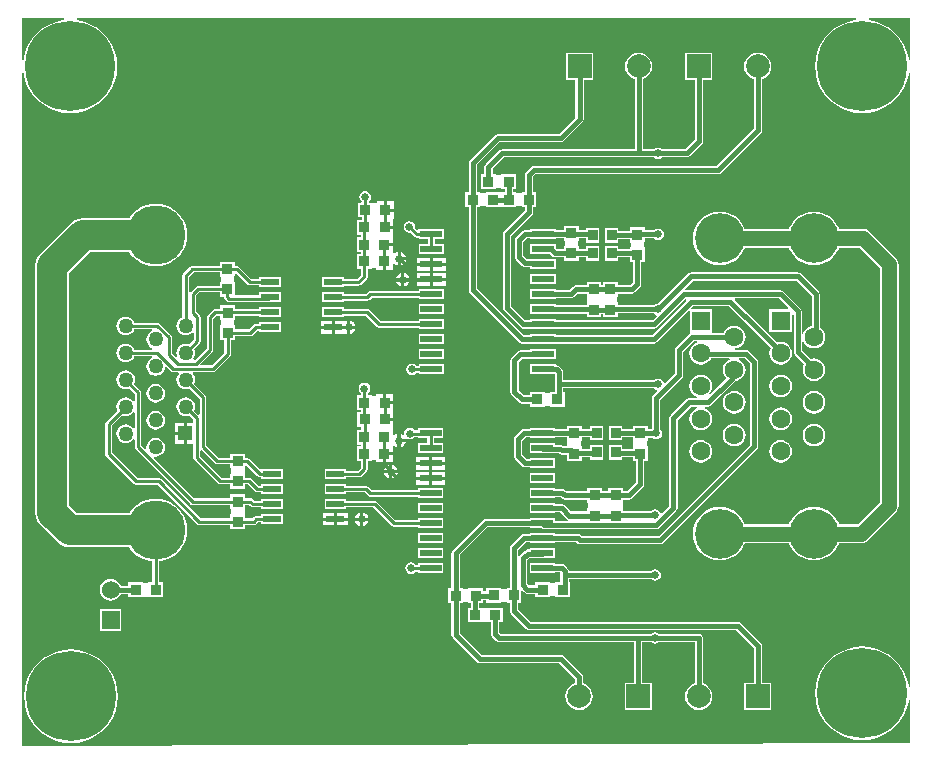
<source format=gtl>
G04*
G04 #@! TF.GenerationSoftware,Altium Limited,Altium Designer,20.1.8 (145)*
G04*
G04 Layer_Physical_Order=1*
G04 Layer_Color=255*
%FSLAX25Y25*%
%MOIN*%
G70*
G04*
G04 #@! TF.SameCoordinates,D3287E22-0F69-463A-97E5-025C8055979C*
G04*
G04*
G04 #@! TF.FilePolarity,Positive*
G04*
G01*
G75*
%ADD13C,0.01000*%
%ADD17C,0.01500*%
%ADD35R,0.03740X0.03740*%
%ADD36R,0.06100X0.02200*%
%ADD37R,0.07400X0.02200*%
%ADD38R,0.03740X0.03740*%
%ADD39R,0.03369X0.03740*%
%ADD40C,0.05000*%
%ADD41C,0.10000*%
%ADD42C,0.06000*%
%ADD43R,0.06000X0.06000*%
%ADD44C,0.06299*%
%ADD45C,0.16535*%
%ADD46R,0.06299X0.06299*%
%ADD47C,0.07874*%
%ADD48R,0.07874X0.07874*%
%ADD49C,0.19685*%
%ADD50C,0.05000*%
%ADD51R,0.05000X0.05000*%
%ADD52C,0.03000*%
%ADD53C,0.30000*%
%ADD54C,0.02600*%
G36*
X213868Y377481D02*
X213552Y377456D01*
X211164Y376882D01*
X208896Y375943D01*
X206802Y374660D01*
X204935Y373065D01*
X203340Y371198D01*
X202057Y369104D01*
X201118Y366836D01*
X200544Y364448D01*
X200519Y364132D01*
X200020Y364152D01*
Y377980D01*
X213848D01*
X213868Y377481D01*
D02*
G37*
G36*
X495981Y364152D02*
X495480Y364132D01*
X495456Y364448D01*
X494882Y366836D01*
X493943Y369104D01*
X492660Y371198D01*
X491065Y373065D01*
X489198Y374660D01*
X487104Y375943D01*
X484836Y376882D01*
X482448Y377456D01*
X482132Y377481D01*
X482152Y377980D01*
X495981D01*
Y364152D01*
D02*
G37*
G36*
X477868Y377481D02*
X477552Y377456D01*
X475164Y376882D01*
X472896Y375943D01*
X470802Y374660D01*
X468935Y373065D01*
X467340Y371198D01*
X466057Y369104D01*
X465118Y366836D01*
X464544Y364448D01*
X464352Y362000D01*
X464544Y359552D01*
X465118Y357164D01*
X466057Y354896D01*
X467340Y352802D01*
X468935Y350935D01*
X470802Y349340D01*
X472896Y348057D01*
X475164Y347118D01*
X477552Y346544D01*
X480000Y346352D01*
X482448Y346544D01*
X484836Y347118D01*
X487104Y348057D01*
X489198Y349340D01*
X491065Y350935D01*
X492660Y352802D01*
X493943Y354896D01*
X494882Y357164D01*
X495456Y359552D01*
X495480Y359868D01*
X495981Y359848D01*
Y155151D01*
X495480Y155132D01*
X495456Y155448D01*
X494882Y157836D01*
X493943Y160104D01*
X492660Y162198D01*
X491065Y164065D01*
X489198Y165660D01*
X487104Y166943D01*
X484836Y167882D01*
X482448Y168456D01*
X480000Y168648D01*
X477552Y168456D01*
X475164Y167882D01*
X472896Y166943D01*
X470802Y165660D01*
X468935Y164065D01*
X467340Y162198D01*
X466057Y160104D01*
X465118Y157836D01*
X464544Y155448D01*
X464352Y153000D01*
X464544Y150552D01*
X465118Y148164D01*
X466057Y145896D01*
X467340Y143802D01*
X468935Y141935D01*
X470802Y140340D01*
X472896Y139057D01*
X475164Y138118D01*
X477552Y137544D01*
X480000Y137352D01*
X482448Y137544D01*
X484836Y138118D01*
X487104Y139057D01*
X489198Y140340D01*
X491065Y141935D01*
X492660Y143802D01*
X493943Y145896D01*
X494882Y148164D01*
X495456Y150552D01*
X495480Y150868D01*
X495981Y150849D01*
Y136513D01*
X200374Y135521D01*
X200020Y135874D01*
Y359848D01*
X200519Y359868D01*
X200544Y359552D01*
X201118Y357164D01*
X202057Y354896D01*
X203340Y352802D01*
X204935Y350935D01*
X206802Y349340D01*
X208896Y348057D01*
X211164Y347118D01*
X213552Y346544D01*
X216000Y346352D01*
X218448Y346544D01*
X220836Y347118D01*
X223104Y348057D01*
X225198Y349340D01*
X227065Y350935D01*
X228660Y352802D01*
X229943Y354896D01*
X230882Y357164D01*
X231456Y359552D01*
X231648Y362000D01*
X231456Y364448D01*
X230882Y366836D01*
X229943Y369104D01*
X228660Y371198D01*
X227065Y373065D01*
X225198Y374660D01*
X223104Y375943D01*
X220836Y376882D01*
X218448Y377456D01*
X218132Y377481D01*
X218151Y377980D01*
X477848D01*
X477868Y377481D01*
D02*
G37*
%LPC*%
G36*
X445200Y366576D02*
X444016Y366420D01*
X442912Y365963D01*
X441964Y365236D01*
X441237Y364288D01*
X440780Y363184D01*
X440624Y362000D01*
X440780Y360816D01*
X441237Y359712D01*
X441964Y358764D01*
X442912Y358037D01*
X443823Y357659D01*
Y341270D01*
X431430Y328876D01*
X370500D01*
X370500Y328876D01*
X369973Y328772D01*
X369527Y328473D01*
X367973Y326920D01*
X367675Y326473D01*
X367570Y325946D01*
Y320045D01*
X366476D01*
Y319859D01*
X366387Y319799D01*
X364813D01*
X364724Y319859D01*
Y320045D01*
X363570D01*
Y321050D01*
X364605D01*
Y325990D01*
X359665D01*
Y325803D01*
X359576Y325744D01*
X358001D01*
X357912Y325803D01*
Y325990D01*
X356818D01*
Y327871D01*
X360570Y331624D01*
X410640D01*
X411259Y331210D01*
X412000Y331063D01*
X412741Y331210D01*
X413360Y331624D01*
X421500D01*
X422027Y331728D01*
X422473Y332027D01*
X426488Y336042D01*
X426787Y336488D01*
X426892Y337015D01*
X426891Y337015D01*
Y357463D01*
X430052D01*
Y366537D01*
X420978D01*
Y357463D01*
X424139D01*
Y337585D01*
X420930Y334377D01*
X413360D01*
X412741Y334790D01*
X412000Y334937D01*
X411259Y334790D01*
X410640Y334377D01*
X406877D01*
Y357665D01*
X407773Y358037D01*
X408721Y358764D01*
X409448Y359712D01*
X409905Y360816D01*
X410061Y362000D01*
X409905Y363184D01*
X409448Y364288D01*
X408721Y365236D01*
X407773Y365963D01*
X406669Y366420D01*
X405485Y366576D01*
X404301Y366420D01*
X403197Y365963D01*
X402249Y365236D01*
X401522Y364288D01*
X401065Y363184D01*
X400909Y362000D01*
X401065Y360816D01*
X401522Y359712D01*
X402249Y358764D01*
X403197Y358037D01*
X404123Y357653D01*
Y334377D01*
X360000D01*
X359473Y334272D01*
X359027Y333973D01*
X354468Y329415D01*
X354170Y328968D01*
X354065Y328442D01*
Y325990D01*
X352972D01*
Y321050D01*
X357912D01*
Y321236D01*
X358001Y321295D01*
X359576D01*
X359665Y321236D01*
Y321050D01*
X360818D01*
Y320045D01*
X359784D01*
Y320045D01*
X359417D01*
Y320045D01*
X354476D01*
Y319859D01*
X354387Y319799D01*
X352813D01*
X352724Y319859D01*
Y320045D01*
X351630D01*
Y329183D01*
X359070Y336624D01*
X379500D01*
X380027Y336728D01*
X380473Y337027D01*
X386773Y343327D01*
X386773Y343327D01*
X387072Y343773D01*
X387176Y344300D01*
X387176Y344300D01*
Y357463D01*
X390337D01*
Y366537D01*
X381263D01*
Y357463D01*
X384423D01*
Y344870D01*
X378930Y339376D01*
X358500D01*
X358500Y339376D01*
X357973Y339272D01*
X357527Y338973D01*
X357527Y338973D01*
X349280Y330727D01*
X348982Y330280D01*
X348877Y329753D01*
Y320045D01*
X347783D01*
Y315105D01*
X348877D01*
Y287347D01*
X348982Y286820D01*
X349280Y286373D01*
X365627Y270027D01*
X365627Y270027D01*
X366073Y269728D01*
X366600Y269623D01*
X366600Y269623D01*
X369450D01*
Y269300D01*
X378050D01*
Y269623D01*
X410500D01*
X411027Y269728D01*
X411473Y270027D01*
X421993Y280547D01*
X422455Y280355D01*
Y273514D01*
X422586D01*
X422682Y273014D01*
X422338Y272784D01*
X418027Y268473D01*
X417728Y268027D01*
X417624Y267500D01*
Y259570D01*
X414382Y256328D01*
X413839Y256493D01*
X413790Y256741D01*
X413370Y257370D01*
X412741Y257790D01*
X412000Y257937D01*
X411259Y257790D01*
X410640Y257377D01*
X380377D01*
Y260121D01*
X380272Y260648D01*
X379973Y261095D01*
X379095Y261973D01*
X378648Y262272D01*
X378121Y262376D01*
X378050D01*
Y262700D01*
X369450D01*
Y259300D01*
X377624D01*
Y255837D01*
Y253470D01*
X375976D01*
Y253284D01*
X375887Y253224D01*
X374313D01*
X374224Y253284D01*
Y253470D01*
X369284D01*
Y252377D01*
X367070D01*
X365476Y253970D01*
Y263430D01*
X366670Y264623D01*
X369450D01*
Y264300D01*
X378050D01*
Y267700D01*
X369450D01*
Y267376D01*
X366100D01*
X366100Y267376D01*
X365573Y267272D01*
X365127Y266973D01*
X363127Y264973D01*
X362828Y264527D01*
X362723Y264000D01*
Y253400D01*
X362828Y252873D01*
X363127Y252427D01*
X365527Y250027D01*
X365973Y249728D01*
X366500Y249623D01*
X369284D01*
Y248530D01*
X374224D01*
Y248716D01*
X374313Y248776D01*
X375887D01*
X375976Y248716D01*
Y248530D01*
X380917D01*
Y253470D01*
X380377D01*
Y254624D01*
X410640D01*
X411259Y254210D01*
X411507Y254161D01*
X411672Y253618D01*
X410380Y252327D01*
X410082Y251880D01*
X409977Y251354D01*
Y241023D01*
X408470D01*
Y242116D01*
X403530D01*
Y241100D01*
X400090D01*
Y242270D01*
X395521D01*
Y237330D01*
X400090D01*
Y238347D01*
X403530D01*
Y237176D01*
X403716D01*
X403776Y237087D01*
Y235513D01*
X403716Y235424D01*
X403530D01*
Y234503D01*
X400090D01*
Y235770D01*
X395521D01*
Y230830D01*
X400090D01*
Y231750D01*
X403530D01*
Y230484D01*
X404624D01*
Y223270D01*
X401689Y220336D01*
X400370D01*
Y221429D01*
X395430D01*
Y220336D01*
X393370D01*
Y221429D01*
X388430D01*
Y220336D01*
X381411D01*
X381073Y220673D01*
X380627Y220972D01*
X380100Y221076D01*
X377750D01*
Y221400D01*
X369150D01*
Y218000D01*
X377750D01*
Y218323D01*
X379530D01*
X379868Y217986D01*
X380314Y217687D01*
X380841Y217583D01*
X380841Y217583D01*
X388430D01*
Y216489D01*
X388616D01*
X388676Y216400D01*
Y214825D01*
X388616Y214736D01*
X388430D01*
Y213643D01*
X382804D01*
X380773Y215673D01*
X380327Y215972D01*
X379800Y216076D01*
X377750D01*
Y216400D01*
X369150D01*
Y213000D01*
X377750D01*
Y213323D01*
X379230D01*
X381261Y211293D01*
X381707Y210995D01*
X382069Y210923D01*
X382020Y210422D01*
X377750D01*
Y211400D01*
X369150D01*
Y211076D01*
X354500D01*
X353973Y210972D01*
X353527Y210673D01*
X343493Y200639D01*
X343195Y200193D01*
X343090Y199666D01*
Y188070D01*
X341996D01*
Y183130D01*
X343090D01*
Y172534D01*
X343195Y172007D01*
X343493Y171561D01*
X351527Y163527D01*
X351527Y163527D01*
X351973Y163228D01*
X352500Y163124D01*
X378930D01*
X384281Y157772D01*
Y156341D01*
X383369Y155963D01*
X382422Y155236D01*
X381694Y154288D01*
X381237Y153184D01*
X381081Y152000D01*
X381237Y150816D01*
X381694Y149712D01*
X382422Y148764D01*
X383369Y148037D01*
X384473Y147580D01*
X385658Y147424D01*
X386842Y147580D01*
X387946Y148037D01*
X388893Y148764D01*
X389621Y149712D01*
X390078Y150816D01*
X390234Y152000D01*
X390078Y153184D01*
X389621Y154288D01*
X388893Y155236D01*
X387946Y155963D01*
X387034Y156341D01*
Y158343D01*
X386929Y158869D01*
X386631Y159316D01*
X380473Y165473D01*
X380027Y165772D01*
X379500Y165876D01*
X353070D01*
X345843Y173104D01*
Y183130D01*
X346936D01*
Y183316D01*
X347025Y183376D01*
X348600D01*
X348689Y183316D01*
Y183130D01*
X349686D01*
Y181570D01*
X348496D01*
Y176630D01*
X353436D01*
Y176816D01*
X353525Y176876D01*
X355100D01*
X355189Y176816D01*
Y176630D01*
X356283D01*
Y172841D01*
X356387Y172314D01*
X356686Y171868D01*
X358027Y170527D01*
X358027Y170527D01*
X358473Y170228D01*
X359000Y170124D01*
X359000Y170124D01*
X403966D01*
Y156537D01*
X400806D01*
Y147463D01*
X409879D01*
Y156537D01*
X406719D01*
Y170124D01*
X409640D01*
X410259Y169710D01*
X411000Y169563D01*
X411741Y169710D01*
X412360Y170124D01*
X424123D01*
Y156341D01*
X423212Y155963D01*
X422264Y155236D01*
X421537Y154288D01*
X421080Y153184D01*
X420924Y152000D01*
X421080Y150816D01*
X421537Y149712D01*
X422264Y148764D01*
X423212Y148037D01*
X424316Y147580D01*
X425500Y147424D01*
X426684Y147580D01*
X427788Y148037D01*
X428736Y148764D01*
X429463Y149712D01*
X429920Y150816D01*
X430076Y152000D01*
X429920Y153184D01*
X429463Y154288D01*
X428736Y155236D01*
X427788Y155963D01*
X426876Y156341D01*
Y171500D01*
X426772Y172027D01*
X426473Y172473D01*
X426027Y172772D01*
X425500Y172876D01*
X412360D01*
X411741Y173290D01*
X411000Y173437D01*
X410259Y173290D01*
X409640Y172876D01*
X359570D01*
X359035Y173411D01*
Y176630D01*
X360129D01*
Y181570D01*
X355189D01*
Y181384D01*
X355100Y181324D01*
X353525D01*
X353436Y181384D01*
Y181570D01*
X352439D01*
Y183130D01*
X353629D01*
Y184237D01*
X354782D01*
Y183157D01*
X359722D01*
Y183343D01*
X359811Y183403D01*
X361386D01*
X361475Y183343D01*
Y183157D01*
X362569D01*
Y180555D01*
X362673Y180028D01*
X362972Y179582D01*
X368027Y174527D01*
X368473Y174228D01*
X369000Y174124D01*
X369000Y174124D01*
X437930D01*
X443809Y168245D01*
Y156537D01*
X440648D01*
Y147463D01*
X449722D01*
Y156537D01*
X446561D01*
Y168815D01*
X446561Y168815D01*
X446457Y169342D01*
X446158Y169788D01*
X439473Y176473D01*
X439027Y176772D01*
X438500Y176876D01*
X369570D01*
X365321Y181125D01*
Y183157D01*
X366415D01*
Y186985D01*
X366877Y187176D01*
X367427Y186627D01*
X367873Y186328D01*
X368400Y186224D01*
X371083D01*
Y185130D01*
X376024D01*
Y185316D01*
X376113Y185376D01*
X377687D01*
X377776Y185316D01*
Y185130D01*
X382716D01*
Y190070D01*
X382176D01*
Y191028D01*
X409783D01*
X410259Y190710D01*
X411000Y190563D01*
X411741Y190710D01*
X412370Y191130D01*
X412790Y191759D01*
X412937Y192500D01*
X412790Y193241D01*
X412370Y193870D01*
X411741Y194290D01*
X411000Y194437D01*
X410259Y194290D01*
X409630Y193870D01*
X409571Y193781D01*
X382176D01*
Y193821D01*
X382072Y194348D01*
X381773Y194795D01*
X380895Y195673D01*
X380448Y195972D01*
X379921Y196076D01*
X377750D01*
Y196400D01*
X369150D01*
Y193000D01*
X377750D01*
Y193324D01*
X379351D01*
X379423Y193251D01*
Y190070D01*
X377776D01*
Y189884D01*
X377687Y189824D01*
X376113D01*
X376024Y189884D01*
Y190070D01*
X371083D01*
Y188976D01*
X368970D01*
X368376Y189570D01*
Y197430D01*
X368735Y197788D01*
X369150Y198000D01*
Y198000D01*
X369150Y198000D01*
X377750D01*
Y201400D01*
X369150D01*
Y200960D01*
X368584D01*
X368584Y200960D01*
X368057Y200856D01*
X367611Y200557D01*
X366027Y198973D01*
X365822Y198666D01*
X365321Y198818D01*
Y200775D01*
X367870Y203324D01*
X369150D01*
Y203000D01*
X377750D01*
Y203324D01*
X384630D01*
X384927Y203027D01*
X385373Y202728D01*
X385900Y202624D01*
X412700D01*
X413227Y202728D01*
X413673Y203027D01*
X444973Y234327D01*
X444973Y234327D01*
X445272Y234773D01*
X445376Y235300D01*
Y263600D01*
X445376Y263600D01*
X445272Y264127D01*
X444973Y264573D01*
X444973Y264573D01*
X442373Y267173D01*
X441927Y267472D01*
X441400Y267577D01*
X437779D01*
X437746Y268076D01*
X438365Y268158D01*
X439277Y268536D01*
X440060Y269137D01*
X440661Y269920D01*
X441039Y270832D01*
X441168Y271811D01*
X441039Y272790D01*
X440661Y273702D01*
X440060Y274485D01*
X439277Y275086D01*
X438365Y275464D01*
X437386Y275593D01*
X436407Y275464D01*
X435495Y275086D01*
X434712Y274485D01*
X434110Y273702D01*
X433897Y273187D01*
X430319D01*
X429954Y273514D01*
X429954Y273688D01*
Y281013D01*
X423113D01*
X422922Y281475D01*
X423670Y282224D01*
X435507D01*
X444677Y273054D01*
X444677Y273054D01*
X449525Y268205D01*
X449166Y267337D01*
X449037Y266358D01*
X449166Y265379D01*
X449544Y264467D01*
X450145Y263684D01*
X450928Y263083D01*
X451840Y262705D01*
X452819Y262576D01*
X453798Y262705D01*
X454710Y263083D01*
X455493Y263684D01*
X456094Y264467D01*
X456472Y265379D01*
X456601Y266358D01*
X456472Y267337D01*
X456094Y268249D01*
X455493Y269033D01*
X454710Y269634D01*
X453798Y270011D01*
X452819Y270140D01*
X451840Y270011D01*
X451679Y269945D01*
X446624Y275000D01*
X446624Y275000D01*
X437500Y284123D01*
X437707Y284624D01*
X452221D01*
X455369Y281475D01*
X455178Y281013D01*
X449069D01*
Y273514D01*
X456568D01*
Y279081D01*
X457068Y279348D01*
X457124Y279311D01*
Y266905D01*
X457228Y266379D01*
X457527Y265932D01*
X460707Y262752D01*
X460347Y261884D01*
X460218Y260906D01*
X460347Y259927D01*
X460725Y259015D01*
X461326Y258231D01*
X462109Y257630D01*
X463021Y257252D01*
X464000Y257123D01*
X464979Y257252D01*
X465891Y257630D01*
X466674Y258231D01*
X467275Y259015D01*
X467653Y259927D01*
X467782Y260906D01*
X467653Y261884D01*
X467275Y262796D01*
X466674Y263580D01*
X465891Y264181D01*
X464979Y264559D01*
X464000Y264687D01*
X463021Y264559D01*
X462860Y264492D01*
X459876Y267476D01*
Y270723D01*
X460347Y270832D01*
X460725Y269920D01*
X461326Y269137D01*
X462109Y268536D01*
X463021Y268158D01*
X464000Y268029D01*
X464979Y268158D01*
X465891Y268536D01*
X466674Y269137D01*
X467275Y269920D01*
X467653Y270832D01*
X467782Y271811D01*
X467653Y272790D01*
X467275Y273702D01*
X466674Y274485D01*
X465891Y275086D01*
X465876Y275092D01*
Y286000D01*
X465772Y286527D01*
X465473Y286973D01*
X459473Y292973D01*
X459027Y293272D01*
X458500Y293376D01*
X423000D01*
X422473Y293272D01*
X422027Y292973D01*
X411988Y282935D01*
X411259Y282790D01*
X410640Y282377D01*
X398570D01*
Y283411D01*
X398384D01*
X398324Y283500D01*
Y285075D01*
X398384Y285164D01*
X398570D01*
Y286257D01*
X403234D01*
X403761Y286362D01*
X404207Y286661D01*
X405999Y288452D01*
X406297Y288898D01*
X406402Y289425D01*
X406402Y289425D01*
Y296684D01*
X407495D01*
Y301624D01*
X407309D01*
X407249Y301713D01*
Y303287D01*
X407309Y303376D01*
X407495D01*
Y304624D01*
X410640D01*
X411259Y304210D01*
X412000Y304063D01*
X412741Y304210D01*
X413370Y304630D01*
X413790Y305259D01*
X413937Y306000D01*
X413790Y306741D01*
X413370Y307370D01*
X412741Y307790D01*
X412000Y307937D01*
X411259Y307790D01*
X410640Y307377D01*
X407495D01*
Y308316D01*
X402555D01*
Y307145D01*
X398753D01*
Y308160D01*
X394184D01*
Y303220D01*
X398753D01*
Y304392D01*
X402555D01*
Y303376D01*
X402741D01*
X402801Y303287D01*
Y301713D01*
X402741Y301624D01*
X402555D01*
Y301066D01*
X398753D01*
Y302160D01*
X394184D01*
Y297220D01*
X398753D01*
Y298313D01*
X402555D01*
Y296684D01*
X403649D01*
Y289995D01*
X402664Y289010D01*
X398570D01*
Y290104D01*
X393630D01*
Y289010D01*
X393070D01*
Y290104D01*
X388130D01*
Y289010D01*
X384467D01*
X384467Y289010D01*
X383940Y288906D01*
X383494Y288607D01*
X383494Y288607D01*
X382263Y287376D01*
X378050D01*
Y287700D01*
X369450D01*
Y284300D01*
X378050D01*
Y284624D01*
X382833D01*
X383360Y284728D01*
X383806Y285027D01*
X385037Y286257D01*
X388130D01*
Y285164D01*
X388316D01*
X388376Y285075D01*
Y283500D01*
X388316Y283411D01*
X388130D01*
Y282347D01*
X378050D01*
Y282700D01*
X369450D01*
Y279300D01*
X378050D01*
Y279594D01*
X388130D01*
Y278471D01*
X393070D01*
Y279564D01*
X393630D01*
Y278471D01*
X398570D01*
Y279624D01*
X410640D01*
X411259Y279210D01*
X411366Y279189D01*
X411511Y278710D01*
X410178Y277377D01*
X378050D01*
Y277700D01*
X369450D01*
Y277377D01*
X367670D01*
X362977Y282070D01*
Y305430D01*
X369920Y312373D01*
X369920Y312373D01*
X370218Y312820D01*
X370323Y313347D01*
Y315105D01*
X371416D01*
Y320045D01*
X370323D01*
Y325376D01*
X371070Y326123D01*
X432000D01*
X432527Y326228D01*
X432973Y326527D01*
X446173Y339727D01*
X446472Y340173D01*
X446576Y340700D01*
Y357659D01*
X447488Y358037D01*
X448436Y358764D01*
X449163Y359712D01*
X449620Y360816D01*
X449776Y362000D01*
X449620Y363184D01*
X449163Y364288D01*
X448436Y365236D01*
X447488Y365963D01*
X446384Y366420D01*
X445200Y366576D01*
D02*
G37*
G36*
X323904Y316970D02*
X321534D01*
Y314600D01*
X323904D01*
Y316970D01*
D02*
G37*
G36*
X464000Y313576D02*
X462262Y313405D01*
X460590Y312898D01*
X459050Y312074D01*
X457699Y310966D01*
X456591Y309616D01*
X455768Y308075D01*
X455682Y307792D01*
X440822D01*
X440736Y308075D01*
X439913Y309616D01*
X438805Y310966D01*
X437454Y312074D01*
X435914Y312898D01*
X434242Y313405D01*
X432504Y313576D01*
X430766Y313405D01*
X429094Y312898D01*
X427554Y312074D01*
X426203Y310966D01*
X425095Y309616D01*
X424272Y308075D01*
X423765Y306404D01*
X423593Y304665D01*
X423765Y302927D01*
X424272Y301255D01*
X425095Y299715D01*
X426203Y298365D01*
X427554Y297256D01*
X429094Y296433D01*
X430766Y295926D01*
X432504Y295755D01*
X434242Y295926D01*
X435914Y296433D01*
X437454Y297256D01*
X438805Y298365D01*
X439913Y299715D01*
X440736Y301255D01*
X440822Y301539D01*
X455682D01*
X455768Y301255D01*
X456591Y299715D01*
X457699Y298365D01*
X459050Y297256D01*
X460590Y296433D01*
X462262Y295926D01*
X464000Y295755D01*
X465738Y295926D01*
X467410Y296433D01*
X468951Y297256D01*
X470301Y298365D01*
X471409Y299715D01*
X472232Y301255D01*
X472318Y301539D01*
X479039D01*
X485873Y294705D01*
Y216795D01*
X478473Y209395D01*
X472310D01*
X472232Y209650D01*
X471409Y211191D01*
X470301Y212541D01*
X468951Y213649D01*
X467410Y214473D01*
X465738Y214980D01*
X464000Y215151D01*
X462262Y214980D01*
X460590Y214473D01*
X459050Y213649D01*
X457699Y212541D01*
X456591Y211191D01*
X455768Y209650D01*
X455682Y209367D01*
X440822D01*
X440736Y209650D01*
X439913Y211191D01*
X438805Y212541D01*
X437454Y213649D01*
X435914Y214473D01*
X434242Y214980D01*
X432504Y215151D01*
X430766Y214980D01*
X429094Y214473D01*
X427554Y213649D01*
X426203Y212541D01*
X425095Y211191D01*
X424272Y209650D01*
X423765Y207979D01*
X423593Y206240D01*
X423765Y204502D01*
X424272Y202830D01*
X425095Y201290D01*
X426203Y199939D01*
X427554Y198831D01*
X429094Y198008D01*
X430766Y197501D01*
X432504Y197329D01*
X434242Y197501D01*
X435914Y198008D01*
X437454Y198831D01*
X438805Y199939D01*
X439913Y201290D01*
X440736Y202830D01*
X440822Y203113D01*
X455682D01*
X455768Y202830D01*
X456591Y201290D01*
X457699Y199939D01*
X459050Y198831D01*
X460590Y198008D01*
X462262Y197501D01*
X464000Y197329D01*
X465738Y197501D01*
X467410Y198008D01*
X468951Y198831D01*
X470301Y199939D01*
X471409Y201290D01*
X472232Y202830D01*
X472327Y203141D01*
X479768D01*
X479768Y203141D01*
X480577Y203247D01*
X481331Y203560D01*
X481979Y204057D01*
X491211Y213289D01*
X491211Y213289D01*
X491708Y213937D01*
X492020Y214691D01*
X492127Y215500D01*
X492127Y215500D01*
Y296000D01*
X492127Y296000D01*
X492073Y296405D01*
X492020Y296809D01*
X491708Y297563D01*
X491211Y298211D01*
X491211Y298211D01*
X482546Y306876D01*
X481898Y307373D01*
X481144Y307686D01*
X480739Y307739D01*
X480335Y307792D01*
X480335Y307792D01*
X472318D01*
X472232Y308075D01*
X471409Y309616D01*
X470301Y310966D01*
X468951Y312074D01*
X467410Y312898D01*
X465738Y313405D01*
X464000Y313576D01*
D02*
G37*
G36*
X385495Y308817D02*
X380555D01*
Y307377D01*
X378050D01*
Y307700D01*
X369450D01*
Y307377D01*
X367600D01*
X367600Y307377D01*
X367073Y307272D01*
X366627Y306973D01*
X364627Y304973D01*
X364328Y304527D01*
X364224Y304000D01*
Y298500D01*
X364328Y297973D01*
X364627Y297527D01*
X366777Y295377D01*
X367223Y295078D01*
X367750Y294973D01*
X369450D01*
Y294300D01*
X378050D01*
Y297700D01*
X373533D01*
X373400Y297726D01*
X368320D01*
X366976Y299070D01*
Y303430D01*
X368170Y304624D01*
X369450D01*
Y304300D01*
X378050D01*
Y304624D01*
X380555D01*
Y303876D01*
X380742D01*
X380801Y303787D01*
Y302213D01*
X380742Y302124D01*
X380555D01*
Y301256D01*
X378050D01*
Y302700D01*
X369450D01*
Y299300D01*
X376103D01*
X376497Y298907D01*
X376943Y298608D01*
X377470Y298503D01*
X380555D01*
Y297183D01*
X385495D01*
Y298295D01*
X387863D01*
Y297220D01*
X392431D01*
Y302160D01*
X387863D01*
Y301048D01*
X385495D01*
Y302124D01*
X385309D01*
X385249Y302213D01*
Y303787D01*
X385309Y303876D01*
X385495D01*
Y304642D01*
X387863D01*
Y303220D01*
X392431D01*
Y308160D01*
X387863D01*
Y307395D01*
X385495D01*
Y308817D01*
D02*
G37*
G36*
X329100Y310437D02*
X328359Y310290D01*
X327730Y309870D01*
X327310Y309241D01*
X327163Y308500D01*
X327310Y307759D01*
X327730Y307130D01*
X328359Y306710D01*
X329100Y306563D01*
X329393Y306621D01*
X330807Y305207D01*
X330807Y305207D01*
X331171Y304964D01*
X331600Y304878D01*
X332150D01*
Y304300D01*
X335329D01*
Y302700D01*
X332150D01*
Y299300D01*
X340750D01*
Y302700D01*
X337572D01*
Y304300D01*
X340750D01*
Y307700D01*
X332150D01*
Y307700D01*
X331650Y307536D01*
X330979Y308207D01*
X331037Y308500D01*
X330890Y309241D01*
X330470Y309870D01*
X329841Y310290D01*
X329100Y310437D01*
D02*
G37*
G36*
X326200Y300146D02*
Y298400D01*
X327946D01*
X327867Y298797D01*
X327358Y299558D01*
X326597Y300067D01*
X326200Y300146D01*
D02*
G37*
G36*
X341150Y298100D02*
X336950D01*
Y296500D01*
X341150D01*
Y298100D01*
D02*
G37*
G36*
X335950D02*
X331750D01*
Y296500D01*
X335950D01*
Y298100D01*
D02*
G37*
G36*
X327946Y297400D02*
X326200D01*
Y295654D01*
X326597Y295733D01*
X327358Y296242D01*
X327867Y297003D01*
X327946Y297400D01*
D02*
G37*
G36*
X314341Y320478D02*
X313600Y320331D01*
X312971Y319911D01*
X312551Y319282D01*
X312404Y318541D01*
X312551Y317800D01*
X312971Y317171D01*
X313122Y317070D01*
X313039Y316570D01*
X311871D01*
Y311630D01*
X313219D01*
Y310859D01*
X311632D01*
Y305919D01*
X312981D01*
Y304970D01*
X311571D01*
Y300030D01*
X312919D01*
Y299470D01*
X311571D01*
Y294530D01*
X312919D01*
Y292406D01*
X311635Y291122D01*
X307300D01*
Y291700D01*
X300000D01*
Y288300D01*
X307300D01*
Y288878D01*
X312100D01*
X312100Y288878D01*
X312529Y288964D01*
X312893Y289207D01*
X314834Y291148D01*
X314834Y291148D01*
X315077Y291512D01*
X315162Y291941D01*
Y294530D01*
X316511D01*
Y294716D01*
X316600Y294776D01*
X317864D01*
Y294130D01*
X320234D01*
Y297000D01*
X321234D01*
Y294130D01*
X323604D01*
Y296066D01*
X324104Y296200D01*
X324803Y295733D01*
X325200Y295654D01*
Y297900D01*
Y300146D01*
X324803Y300067D01*
X324104Y299600D01*
X324035Y299604D01*
X323872Y299653D01*
X323604Y299803D01*
Y302000D01*
X320734D01*
Y303000D01*
X323604D01*
Y305370D01*
X323604Y305370D01*
X323665Y305519D01*
X323665D01*
X323665Y305845D01*
Y307889D01*
X320795D01*
Y308889D01*
X323665D01*
Y311230D01*
X323904D01*
Y313600D01*
X321034D01*
Y314100D01*
X320534D01*
Y316970D01*
X318164D01*
Y316324D01*
X316900D01*
X316811Y316384D01*
Y316570D01*
X315643D01*
X315560Y317070D01*
X315711Y317171D01*
X316131Y317800D01*
X316278Y318541D01*
X316131Y319282D01*
X315711Y319911D01*
X315082Y320331D01*
X314341Y320478D01*
D02*
G37*
G36*
X244500Y316243D02*
X242861Y316114D01*
X241263Y315730D01*
X239744Y315101D01*
X238343Y314242D01*
X237093Y313175D01*
X236026Y311925D01*
X235714Y311416D01*
X220268D01*
X218806Y311224D01*
X217444Y310659D01*
X216274Y309762D01*
X216274Y309762D01*
X206006Y299494D01*
X205108Y298324D01*
X204544Y296962D01*
X204352Y295500D01*
X204352Y295500D01*
Y213240D01*
X204352Y213240D01*
X204544Y211778D01*
X205108Y210416D01*
X206006Y209246D01*
X211864Y203388D01*
X211864Y203388D01*
X213034Y202490D01*
X214396Y201926D01*
X215858Y201734D01*
X215858Y201734D01*
X235714D01*
X236026Y201225D01*
X237093Y199975D01*
X238343Y198908D01*
X239744Y198049D01*
X241263Y197420D01*
X242861Y197036D01*
X243378Y196995D01*
Y189970D01*
X242089D01*
Y189784D01*
X242000Y189724D01*
X240425D01*
X240336Y189784D01*
Y189970D01*
X235396D01*
Y188876D01*
X232826D01*
X232645Y189315D01*
X232067Y190068D01*
X231315Y190645D01*
X230440Y191007D01*
X229500Y191131D01*
X228560Y191007D01*
X227684Y190645D01*
X226933Y190068D01*
X226355Y189315D01*
X225993Y188440D01*
X225869Y187500D01*
X225993Y186560D01*
X226355Y185685D01*
X226933Y184932D01*
X227684Y184355D01*
X228560Y183993D01*
X229500Y183869D01*
X230440Y183993D01*
X231315Y184355D01*
X232067Y184932D01*
X232645Y185685D01*
X232826Y186124D01*
X235396D01*
Y185030D01*
X240336D01*
Y185216D01*
X240425Y185276D01*
X242000D01*
X242089Y185216D01*
Y185030D01*
X247029D01*
Y189970D01*
X245621D01*
Y196995D01*
X246139Y197036D01*
X247737Y197420D01*
X249255Y198049D01*
X250657Y198908D01*
X251907Y199975D01*
X252974Y201225D01*
X253833Y202626D01*
X254462Y204145D01*
X254846Y205743D01*
X254975Y207382D01*
X254846Y209020D01*
X254462Y210619D01*
X253833Y212137D01*
X252974Y213539D01*
X251907Y214789D01*
X250657Y215856D01*
X249255Y216715D01*
X247737Y217344D01*
X246139Y217728D01*
X244500Y217857D01*
X242861Y217728D01*
X241263Y217344D01*
X239744Y216715D01*
X238343Y215856D01*
X237093Y214789D01*
X236026Y213539D01*
X235714Y213030D01*
X218197D01*
X215648Y215579D01*
Y293160D01*
X222607Y300119D01*
X235714D01*
X236026Y299611D01*
X237093Y298361D01*
X238343Y297293D01*
X239744Y296435D01*
X241263Y295806D01*
X242861Y295422D01*
X244500Y295293D01*
X246139Y295422D01*
X247737Y295806D01*
X249255Y296435D01*
X250657Y297293D01*
X251907Y298361D01*
X252974Y299611D01*
X253833Y301012D01*
X254462Y302531D01*
X254846Y304129D01*
X254975Y305768D01*
X254846Y307406D01*
X254462Y309005D01*
X253833Y310523D01*
X252974Y311925D01*
X251907Y313175D01*
X250657Y314242D01*
X249255Y315101D01*
X247737Y315730D01*
X246139Y316114D01*
X244500Y316243D01*
D02*
G37*
G36*
X341150Y295500D02*
X336950D01*
Y293900D01*
X341150D01*
Y295500D01*
D02*
G37*
G36*
X335950D02*
X331750D01*
Y293900D01*
X335950D01*
Y295500D01*
D02*
G37*
G36*
X341150Y293100D02*
X336950D01*
Y291500D01*
X341150D01*
Y293100D01*
D02*
G37*
G36*
X335950D02*
X331750D01*
Y291500D01*
X335950D01*
Y293100D01*
D02*
G37*
G36*
X327400Y293146D02*
Y291400D01*
X329146D01*
X329067Y291797D01*
X328558Y292558D01*
X327797Y293067D01*
X327400Y293146D01*
D02*
G37*
G36*
X326400D02*
X326003Y293067D01*
X325242Y292558D01*
X324733Y291797D01*
X324654Y291400D01*
X326400D01*
Y293146D01*
D02*
G37*
G36*
X378050Y292700D02*
X369450D01*
Y289300D01*
X378050D01*
Y292700D01*
D02*
G37*
G36*
X341150Y290500D02*
X336950D01*
Y288900D01*
X341150D01*
Y290500D01*
D02*
G37*
G36*
X335950D02*
X331750D01*
Y288900D01*
X335950D01*
Y290500D01*
D02*
G37*
G36*
X329146Y290400D02*
X327400D01*
Y288654D01*
X327797Y288733D01*
X328558Y289242D01*
X329067Y290003D01*
X329146Y290400D01*
D02*
G37*
G36*
X326400D02*
X324654D01*
X324733Y290003D01*
X325242Y289242D01*
X326003Y288733D01*
X326400Y288654D01*
Y290400D01*
D02*
G37*
G36*
X270870Y296917D02*
X265930D01*
Y295568D01*
X256747D01*
X256317Y295483D01*
X255953Y295239D01*
X255953Y295239D01*
X253707Y292993D01*
X253464Y292629D01*
X253378Y292200D01*
X253379Y292200D01*
Y278344D01*
X252937Y278161D01*
X252289Y277664D01*
X251792Y277016D01*
X251480Y276262D01*
X251373Y275453D01*
X251480Y274643D01*
X251792Y273889D01*
X252289Y273242D01*
X252937Y272745D01*
X253691Y272432D01*
X254500Y272326D01*
X255309Y272432D01*
X256063Y272745D01*
X256711Y273242D01*
X256779Y273330D01*
X257278Y273160D01*
Y270841D01*
X255751Y269314D01*
X255309Y269497D01*
X254500Y269603D01*
X253691Y269497D01*
X252937Y269184D01*
X252289Y268687D01*
X251792Y268040D01*
X251480Y267286D01*
X251373Y266476D01*
X251480Y265667D01*
X251589Y265405D01*
X251165Y265122D01*
X250022Y266265D01*
Y271656D01*
X250022Y271656D01*
X249936Y272085D01*
X249693Y272449D01*
X249693Y272449D01*
X245896Y276246D01*
X245532Y276489D01*
X245103Y276574D01*
X245103Y276574D01*
X237391D01*
X237208Y277016D01*
X236711Y277664D01*
X236063Y278161D01*
X235309Y278473D01*
X234500Y278579D01*
X233691Y278473D01*
X232937Y278161D01*
X232289Y277664D01*
X231792Y277016D01*
X231480Y276262D01*
X231373Y275453D01*
X231480Y274643D01*
X231792Y273889D01*
X232289Y273242D01*
X232937Y272745D01*
X233691Y272432D01*
X234500Y272326D01*
X235309Y272432D01*
X236063Y272745D01*
X236711Y273242D01*
X237208Y273889D01*
X237391Y274331D01*
X243220D01*
X243320Y273831D01*
X242937Y273672D01*
X242289Y273176D01*
X241792Y272528D01*
X241480Y271774D01*
X241373Y270965D01*
X241480Y270155D01*
X241792Y269401D01*
X242289Y268754D01*
X242937Y268257D01*
X243320Y268098D01*
X243220Y267598D01*
X237391D01*
X237208Y268040D01*
X236711Y268687D01*
X236063Y269184D01*
X235309Y269497D01*
X234500Y269603D01*
X233691Y269497D01*
X232937Y269184D01*
X232289Y268687D01*
X231792Y268040D01*
X231480Y267286D01*
X231373Y266476D01*
X231480Y265667D01*
X231792Y264913D01*
X232289Y264265D01*
X232937Y263769D01*
X233691Y263456D01*
X234500Y263350D01*
X235309Y263456D01*
X236063Y263769D01*
X236711Y264265D01*
X237208Y264913D01*
X237391Y265355D01*
X243220D01*
X243320Y264855D01*
X242937Y264696D01*
X242289Y264199D01*
X241792Y263552D01*
X241480Y262797D01*
X241373Y261988D01*
X241480Y261179D01*
X241792Y260425D01*
X242289Y259777D01*
X242937Y259280D01*
X243691Y258968D01*
X244500Y258861D01*
X245309Y258968D01*
X246063Y259280D01*
X246711Y259777D01*
X247208Y260425D01*
X247520Y261179D01*
X247588Y261698D01*
X248116Y261877D01*
X249586Y260407D01*
X249586Y260407D01*
X249950Y260164D01*
X250379Y260078D01*
X250379Y260079D01*
X252002D01*
X252187Y259578D01*
X251792Y259063D01*
X251480Y258309D01*
X251373Y257500D01*
X251480Y256691D01*
X251792Y255937D01*
X252289Y255289D01*
X252937Y254792D01*
X253691Y254480D01*
X254500Y254373D01*
X255309Y254480D01*
X255751Y254663D01*
X259178Y251235D01*
Y246138D01*
X258679Y245931D01*
X257337Y247272D01*
X257520Y247714D01*
X257627Y248524D01*
X257520Y249333D01*
X257208Y250087D01*
X256711Y250735D01*
X256063Y251232D01*
X255309Y251544D01*
X254500Y251650D01*
X253691Y251544D01*
X252937Y251232D01*
X252289Y250735D01*
X251792Y250087D01*
X251480Y249333D01*
X251373Y248524D01*
X251480Y247714D01*
X251792Y246960D01*
X252289Y246313D01*
X252937Y245816D01*
X253691Y245503D01*
X254500Y245397D01*
X255309Y245503D01*
X255751Y245686D01*
X257079Y244359D01*
Y243126D01*
X254842D01*
Y239626D01*
Y236126D01*
X257079D01*
Y231500D01*
X257078Y231500D01*
X257164Y231071D01*
X257407Y230707D01*
X265153Y222960D01*
X265153Y222960D01*
X265517Y222717D01*
X265947Y222632D01*
X265947Y222632D01*
X269430D01*
Y221284D01*
X274370D01*
Y222632D01*
X275282D01*
X277607Y220307D01*
X277607Y220307D01*
X277971Y220064D01*
X278400Y219978D01*
X279700D01*
Y219400D01*
X287000D01*
Y222800D01*
X279700D01*
Y222221D01*
X278865D01*
X276539Y224547D01*
X276176Y224790D01*
X275746Y224875D01*
X275746Y224875D01*
X274370D01*
Y226224D01*
X274184D01*
X274124Y226313D01*
Y227887D01*
X274184Y227976D01*
X274370D01*
Y228657D01*
X274870Y228864D01*
X278427Y225307D01*
X278427Y225307D01*
X278791Y225064D01*
X279220Y224978D01*
X279700D01*
Y224400D01*
X287000D01*
Y227800D01*
X279700D01*
Y227800D01*
X279200Y227706D01*
X275666Y231240D01*
X275303Y231483D01*
X274873Y231568D01*
X274873Y231568D01*
X274370D01*
Y232916D01*
X269430D01*
Y231568D01*
X265518D01*
X261421Y235665D01*
Y251700D01*
X261422Y251700D01*
X261336Y252129D01*
X261093Y252493D01*
X261093Y252493D01*
X257337Y256249D01*
X257520Y256691D01*
X257627Y257500D01*
X257520Y258309D01*
X257208Y259063D01*
X256813Y259578D01*
X256998Y260079D01*
X263600D01*
X263600Y260078D01*
X264029Y260164D01*
X264393Y260407D01*
X269293Y265307D01*
X269293Y265307D01*
X269536Y265671D01*
X269622Y266100D01*
X269621Y266100D01*
Y270783D01*
X270970D01*
Y272132D01*
X276054D01*
X276054Y272132D01*
X276483Y272217D01*
X276847Y272461D01*
X278265Y273879D01*
X278900D01*
Y273300D01*
X286200D01*
Y276700D01*
X278900D01*
Y276121D01*
X277800D01*
X277800Y276122D01*
X277371Y276036D01*
X277007Y275793D01*
X277007Y275793D01*
X275589Y274375D01*
X270970D01*
Y275724D01*
X270784D01*
X270724Y275813D01*
Y277387D01*
X270784Y277476D01*
X270970D01*
Y278878D01*
X278900D01*
Y278300D01*
X286200D01*
Y281700D01*
X278900D01*
Y281121D01*
X270970D01*
Y282417D01*
X266030D01*
Y281121D01*
X264300D01*
X263871Y281036D01*
X263507Y280793D01*
X263507Y280793D01*
X261807Y279093D01*
X261564Y278729D01*
X261478Y278300D01*
X261478Y278300D01*
Y268065D01*
X257587Y264174D01*
X257298Y264210D01*
X257076Y264741D01*
X257208Y264913D01*
X257520Y265667D01*
X257627Y266476D01*
X257520Y267286D01*
X257337Y267727D01*
X259193Y269583D01*
X259193Y269583D01*
X259436Y269947D01*
X259522Y270376D01*
Y278400D01*
X259522Y278400D01*
X259436Y278829D01*
X259193Y279193D01*
X259193Y279193D01*
X258112Y280274D01*
Y285626D01*
X259118Y286632D01*
X265930D01*
Y285283D01*
X266788D01*
X267278Y285186D01*
X267364Y284757D01*
X267607Y284393D01*
X268193Y283807D01*
X268193Y283807D01*
X268557Y283564D01*
X268986Y283478D01*
X278900D01*
Y283300D01*
X286200D01*
Y286700D01*
X278900D01*
Y285721D01*
X270870D01*
Y290224D01*
X270684D01*
X270624Y290313D01*
Y291887D01*
X270684Y291976D01*
X270870D01*
Y292737D01*
X271370Y292944D01*
X275007Y289307D01*
X275007Y289307D01*
X275371Y289064D01*
X275800Y288979D01*
X278900D01*
Y288300D01*
X286200D01*
Y291700D01*
X278900D01*
Y291221D01*
X276265D01*
X272247Y295239D01*
X271883Y295483D01*
X271453Y295568D01*
X271453Y295568D01*
X270870D01*
Y296917D01*
D02*
G37*
G36*
X340750Y287700D02*
X332150D01*
Y287122D01*
X316100D01*
X315671Y287036D01*
X315307Y286793D01*
X315307Y286793D01*
X314635Y286122D01*
X307300D01*
Y286700D01*
X300000D01*
Y283300D01*
X307300D01*
Y283878D01*
X315100D01*
X315100Y283878D01*
X315529Y283964D01*
X315893Y284207D01*
X316565Y284878D01*
X332150D01*
Y284300D01*
X340750D01*
Y287700D01*
D02*
G37*
G36*
Y282700D02*
X332150D01*
Y279300D01*
X340750D01*
Y282700D01*
D02*
G37*
G36*
X309300Y277246D02*
Y275500D01*
X311046D01*
X310967Y275897D01*
X310458Y276658D01*
X309697Y277167D01*
X309300Y277246D01*
D02*
G37*
G36*
X303150Y277100D02*
X299600D01*
Y275500D01*
X303150D01*
Y277100D01*
D02*
G37*
G36*
X307300Y281700D02*
X300000D01*
Y278300D01*
X307300D01*
Y278878D01*
X314635D01*
X318307Y275207D01*
X318307Y275207D01*
X318671Y274964D01*
X319100Y274879D01*
X332150D01*
Y274300D01*
X340750D01*
Y277700D01*
X332150D01*
Y277121D01*
X319565D01*
X315893Y280793D01*
X315529Y281036D01*
X315100Y281122D01*
X315100Y281121D01*
X307300D01*
Y281700D01*
D02*
G37*
G36*
X303150Y274500D02*
X299600D01*
Y272900D01*
X303150D01*
Y274500D01*
D02*
G37*
G36*
X311046D02*
X309300D01*
Y272754D01*
X309697Y272833D01*
X310458Y273342D01*
X310967Y274103D01*
X311046Y274500D01*
D02*
G37*
G36*
X308300Y277246D02*
X307903Y277167D01*
X307700Y277100D01*
X307700Y277100D01*
X307700Y277100D01*
X304150D01*
Y275000D01*
Y272900D01*
X307700D01*
X307700Y272900D01*
X307867Y272857D01*
X307903Y272833D01*
X308300Y272754D01*
Y275000D01*
Y277246D01*
D02*
G37*
G36*
X340750Y272700D02*
X332150D01*
Y269300D01*
X340750D01*
Y272700D01*
D02*
G37*
G36*
Y267700D02*
X332150D01*
Y264300D01*
X340750D01*
Y267700D01*
D02*
G37*
G36*
X330000Y262937D02*
X329259Y262790D01*
X328630Y262370D01*
X328210Y261741D01*
X328063Y261000D01*
X328210Y260259D01*
X328630Y259630D01*
X329259Y259210D01*
X330000Y259063D01*
X330741Y259210D01*
X331370Y259630D01*
X331536Y259878D01*
X332150D01*
Y259300D01*
X340750D01*
Y262700D01*
X332150D01*
Y262122D01*
X331536D01*
X331370Y262370D01*
X330741Y262790D01*
X330000Y262937D01*
D02*
G37*
G36*
X452819Y259235D02*
X451840Y259106D01*
X450928Y258728D01*
X450145Y258127D01*
X449544Y257344D01*
X449166Y256432D01*
X449037Y255453D01*
X449166Y254474D01*
X449544Y253562D01*
X450145Y252779D01*
X450928Y252178D01*
X451840Y251800D01*
X452819Y251671D01*
X453798Y251800D01*
X454710Y252178D01*
X455493Y252779D01*
X456094Y253562D01*
X456472Y254474D01*
X456601Y255453D01*
X456472Y256432D01*
X456094Y257344D01*
X455493Y258127D01*
X454710Y258728D01*
X453798Y259106D01*
X452819Y259235D01*
D02*
G37*
G36*
X323663Y252795D02*
X321293D01*
Y250425D01*
X323663D01*
Y252795D01*
D02*
G37*
G36*
X234500Y260627D02*
X233691Y260520D01*
X232937Y260208D01*
X232289Y259711D01*
X231792Y259063D01*
X231480Y258309D01*
X231373Y257500D01*
X231480Y256691D01*
X231792Y255937D01*
X232289Y255289D01*
X232937Y254792D01*
X233691Y254480D01*
X234500Y254373D01*
X235309Y254480D01*
X235751Y254663D01*
X237478Y252935D01*
Y250556D01*
X236979Y250386D01*
X236711Y250735D01*
X236063Y251232D01*
X235309Y251544D01*
X234500Y251650D01*
X233691Y251544D01*
X232937Y251232D01*
X232289Y250735D01*
X231792Y250087D01*
X231480Y249333D01*
X231373Y248524D01*
X231480Y247714D01*
X231663Y247272D01*
X228007Y243617D01*
X227764Y243253D01*
X227678Y242824D01*
X227678Y242824D01*
Y232900D01*
X227678Y232900D01*
X227764Y232471D01*
X228007Y232107D01*
X237207Y222907D01*
X237207Y222907D01*
X237571Y222664D01*
X238000Y222579D01*
X245135D01*
X258253Y209460D01*
X258253Y209460D01*
X258617Y209217D01*
X259047Y209132D01*
X259047Y209132D01*
X269430D01*
Y207784D01*
X274370D01*
Y209132D01*
X277153D01*
X277153Y209132D01*
X277583Y209217D01*
X277947Y209460D01*
X278465Y209979D01*
X279700D01*
Y209400D01*
X287000D01*
Y212800D01*
X279700D01*
Y212222D01*
X278000D01*
X278000Y212222D01*
X277571Y212136D01*
X277207Y211893D01*
X277207Y211893D01*
X276689Y211375D01*
X274370D01*
Y212724D01*
X274184D01*
X274124Y212813D01*
Y214387D01*
X274184Y214476D01*
X274370D01*
Y215825D01*
X275589D01*
X276107Y215307D01*
X276107Y215307D01*
X276471Y215064D01*
X276900Y214978D01*
X276900Y214979D01*
X279700D01*
Y214400D01*
X287000D01*
Y217800D01*
X279700D01*
Y217221D01*
X277365D01*
X276847Y217740D01*
X276483Y217983D01*
X276054Y218068D01*
X276054Y218068D01*
X274370D01*
Y219416D01*
X269430D01*
Y218068D01*
X257318D01*
X243876Y231510D01*
X244110Y231984D01*
X244500Y231932D01*
X245309Y232039D01*
X246063Y232351D01*
X246711Y232848D01*
X247208Y233496D01*
X247520Y234250D01*
X247627Y235059D01*
X247520Y235868D01*
X247208Y236622D01*
X246711Y237270D01*
X246063Y237767D01*
X245309Y238079D01*
X244500Y238186D01*
X243691Y238079D01*
X242937Y237767D01*
X242289Y237270D01*
X241792Y236622D01*
X241480Y235868D01*
X241373Y235059D01*
X241425Y234669D01*
X240951Y234435D01*
X239721Y235665D01*
Y253400D01*
X239722Y253400D01*
X239636Y253829D01*
X239393Y254193D01*
X239393Y254193D01*
X237337Y256249D01*
X237520Y256691D01*
X237627Y257500D01*
X237520Y258309D01*
X237208Y259063D01*
X236711Y259711D01*
X236063Y260208D01*
X235309Y260520D01*
X234500Y260627D01*
D02*
G37*
G36*
X244500Y256139D02*
X243691Y256032D01*
X242937Y255720D01*
X242289Y255223D01*
X241792Y254575D01*
X241480Y253821D01*
X241373Y253012D01*
X241480Y252203D01*
X241792Y251448D01*
X242289Y250801D01*
X242937Y250304D01*
X243691Y249992D01*
X244500Y249885D01*
X245309Y249992D01*
X246063Y250304D01*
X246711Y250801D01*
X247208Y251448D01*
X247520Y252203D01*
X247627Y253012D01*
X247520Y253821D01*
X247208Y254575D01*
X246711Y255223D01*
X246063Y255720D01*
X245309Y256032D01*
X244500Y256139D01*
D02*
G37*
G36*
X464000Y253782D02*
X463021Y253653D01*
X462109Y253275D01*
X461326Y252674D01*
X460725Y251891D01*
X460347Y250979D01*
X460218Y250000D01*
X460347Y249021D01*
X460725Y248109D01*
X461326Y247326D01*
X462109Y246725D01*
X463021Y246347D01*
X464000Y246218D01*
X464979Y246347D01*
X465891Y246725D01*
X466674Y247326D01*
X467275Y248109D01*
X467653Y249021D01*
X467782Y250000D01*
X467653Y250979D01*
X467275Y251891D01*
X466674Y252674D01*
X465891Y253275D01*
X464979Y253653D01*
X464000Y253782D01*
D02*
G37*
G36*
X393769Y242270D02*
X389200D01*
Y241100D01*
X386470D01*
Y242116D01*
X381530D01*
Y241050D01*
X377750D01*
Y241400D01*
X369150D01*
Y241076D01*
X367300D01*
X367300Y241076D01*
X366773Y240972D01*
X366327Y240673D01*
X364327Y238673D01*
X364028Y238227D01*
X363924Y237700D01*
Y232200D01*
X364028Y231673D01*
X364327Y231227D01*
X366661Y228893D01*
X366661Y228893D01*
X367107Y228594D01*
X367634Y228490D01*
X369150D01*
Y228000D01*
X377750D01*
Y231400D01*
X369150D01*
Y231242D01*
X368204D01*
X366676Y232770D01*
Y237130D01*
X367870Y238323D01*
X369150D01*
Y238000D01*
X377750D01*
Y238297D01*
X381530D01*
Y237176D01*
X381530D01*
X381776Y236701D01*
Y235513D01*
X381314Y235348D01*
X380450D01*
X380373Y235425D01*
X379927Y235723D01*
X379400Y235828D01*
X377750D01*
Y236400D01*
X369150D01*
Y233000D01*
X377750D01*
Y233075D01*
X378830D01*
X378907Y232998D01*
X379353Y232700D01*
X379880Y232595D01*
X381530D01*
Y230484D01*
X386470D01*
Y231750D01*
X389200D01*
Y230830D01*
X393769D01*
Y235770D01*
X389200D01*
Y234503D01*
X386470D01*
Y235424D01*
X386284D01*
X386224Y235513D01*
Y237087D01*
X386284Y237176D01*
X386470D01*
Y238347D01*
X389200D01*
Y237330D01*
X393769D01*
Y242270D01*
D02*
G37*
G36*
X244500Y247162D02*
X243691Y247056D01*
X242937Y246743D01*
X242289Y246246D01*
X241792Y245599D01*
X241480Y244845D01*
X241373Y244035D01*
X241480Y243226D01*
X241792Y242472D01*
X242289Y241825D01*
X242937Y241328D01*
X243691Y241015D01*
X244500Y240909D01*
X245309Y241015D01*
X246063Y241328D01*
X246711Y241825D01*
X247208Y242472D01*
X247520Y243226D01*
X247627Y244035D01*
X247520Y244845D01*
X247208Y245599D01*
X246711Y246246D01*
X246063Y246743D01*
X245309Y247056D01*
X244500Y247162D01*
D02*
G37*
G36*
X452819Y248329D02*
X451840Y248200D01*
X450928Y247822D01*
X450145Y247221D01*
X449544Y246438D01*
X449166Y245526D01*
X449037Y244547D01*
X449166Y243568D01*
X449544Y242656D01*
X450145Y241873D01*
X450928Y241272D01*
X451840Y240894D01*
X452819Y240765D01*
X453798Y240894D01*
X454710Y241272D01*
X455493Y241873D01*
X456094Y242656D01*
X456472Y243568D01*
X456601Y244547D01*
X456472Y245526D01*
X456094Y246438D01*
X455493Y247221D01*
X454710Y247822D01*
X453798Y248200D01*
X452819Y248329D01*
D02*
G37*
G36*
X253842Y243126D02*
X250842D01*
Y240126D01*
X253842D01*
Y243126D01*
D02*
G37*
G36*
X329200Y241537D02*
X328459Y241390D01*
X327830Y240970D01*
X327410Y240341D01*
X327263Y239600D01*
X327284Y239492D01*
X326834Y239192D01*
X326497Y239417D01*
X326100Y239496D01*
Y237750D01*
X328103D01*
X328326Y237899D01*
X328459Y237810D01*
X329200Y237663D01*
X329941Y237810D01*
X330570Y238230D01*
X330736Y238478D01*
X331850D01*
Y238000D01*
X335029D01*
Y236400D01*
X331850D01*
Y233000D01*
X340450D01*
Y236400D01*
X337271D01*
Y238000D01*
X340450D01*
Y241400D01*
X331850D01*
Y240722D01*
X330736D01*
X330570Y240970D01*
X329941Y241390D01*
X329200Y241537D01*
D02*
G37*
G36*
X253842Y239126D02*
X250842D01*
Y236126D01*
X253842D01*
Y239126D01*
D02*
G37*
G36*
X464000Y242877D02*
X463021Y242748D01*
X462109Y242370D01*
X461326Y241769D01*
X460725Y240985D01*
X460347Y240073D01*
X460218Y239094D01*
X460347Y238116D01*
X460725Y237204D01*
X461326Y236420D01*
X462109Y235819D01*
X463021Y235441D01*
X464000Y235313D01*
X464979Y235441D01*
X465891Y235819D01*
X466674Y236420D01*
X467275Y237204D01*
X467653Y238116D01*
X467782Y239094D01*
X467653Y240073D01*
X467275Y240985D01*
X466674Y241769D01*
X465891Y242370D01*
X464979Y242748D01*
X464000Y242877D01*
D02*
G37*
G36*
X327846Y236750D02*
X326100D01*
Y235004D01*
X326497Y235083D01*
X327258Y235592D01*
X327767Y236353D01*
X327846Y236750D01*
D02*
G37*
G36*
X314100Y256537D02*
X313359Y256390D01*
X312730Y255970D01*
X312310Y255341D01*
X312163Y254600D01*
X312310Y253859D01*
X312730Y253230D01*
X312979Y253064D01*
Y252395D01*
X311630D01*
Y247455D01*
X312979D01*
Y246895D01*
X311684D01*
Y241955D01*
X313032D01*
Y240895D01*
X311530D01*
Y235955D01*
X312878D01*
Y235395D01*
X311530D01*
Y230455D01*
X312878D01*
Y228165D01*
X311935Y227221D01*
X308100D01*
Y227800D01*
X300800D01*
Y224400D01*
X308100D01*
Y224978D01*
X312400D01*
X312400Y224978D01*
X312829Y225064D01*
X313193Y225307D01*
X314793Y226907D01*
X314793Y226907D01*
X315036Y227271D01*
X315122Y227700D01*
X315122Y227700D01*
Y230455D01*
X316470D01*
Y230642D01*
X316559Y230701D01*
X317823D01*
Y230055D01*
X320193D01*
Y232925D01*
X320693D01*
Y233425D01*
X323563D01*
Y235289D01*
X323651Y235360D01*
X324063Y235511D01*
X324703Y235083D01*
X325100Y235004D01*
Y237250D01*
Y239496D01*
X324703Y239417D01*
X324063Y238989D01*
X323563Y239173D01*
Y241119D01*
X323717Y241555D01*
X323717Y241555D01*
X323716Y241555D01*
Y243925D01*
X320847D01*
Y244925D01*
X323716D01*
Y247295D01*
X323663D01*
Y249425D01*
X320793D01*
Y249925D01*
X320293D01*
Y252795D01*
X317923D01*
Y252149D01*
X316659D01*
X316570Y252209D01*
Y252395D01*
X315222D01*
Y253064D01*
X315470Y253230D01*
X315890Y253859D01*
X316037Y254600D01*
X315890Y255341D01*
X315470Y255970D01*
X314841Y256390D01*
X314100Y256537D01*
D02*
G37*
G36*
X340850Y231800D02*
X336650D01*
Y230200D01*
X340850D01*
Y231800D01*
D02*
G37*
G36*
X335650D02*
X331450D01*
Y230200D01*
X335650D01*
Y231800D01*
D02*
G37*
G36*
X323563Y232425D02*
X321193D01*
Y230055D01*
X323563D01*
Y232425D01*
D02*
G37*
G36*
X452819Y237424D02*
X451840Y237295D01*
X450928Y236917D01*
X450145Y236316D01*
X449544Y235533D01*
X449166Y234621D01*
X449037Y233642D01*
X449166Y232663D01*
X449544Y231751D01*
X450145Y230967D01*
X450928Y230366D01*
X451840Y229989D01*
X452819Y229860D01*
X453798Y229989D01*
X454710Y230366D01*
X455493Y230967D01*
X456094Y231751D01*
X456472Y232663D01*
X456601Y233642D01*
X456472Y234621D01*
X456094Y235533D01*
X455493Y236316D01*
X454710Y236917D01*
X453798Y237295D01*
X452819Y237424D01*
D02*
G37*
G36*
X340850Y229200D02*
X336650D01*
Y227600D01*
X340850D01*
Y229200D01*
D02*
G37*
G36*
X335650D02*
X331450D01*
Y227600D01*
X335650D01*
Y229200D01*
D02*
G37*
G36*
X323446Y229199D02*
Y227453D01*
X325192D01*
X325113Y227851D01*
X324605Y228612D01*
X323844Y229120D01*
X323446Y229199D01*
D02*
G37*
G36*
X322446D02*
X322049Y229120D01*
X321288Y228612D01*
X320780Y227851D01*
X320701Y227453D01*
X322446D01*
Y229199D01*
D02*
G37*
G36*
X340850Y226800D02*
X336650D01*
Y225200D01*
X340850D01*
Y226800D01*
D02*
G37*
G36*
X335650D02*
X331450D01*
Y225200D01*
X335650D01*
Y226800D01*
D02*
G37*
G36*
X325192Y226453D02*
X323446D01*
Y224708D01*
X323844Y224787D01*
X324605Y225295D01*
X325113Y226056D01*
X325192Y226453D01*
D02*
G37*
G36*
X322446D02*
X320701D01*
X320780Y226056D01*
X321288Y225295D01*
X322049Y224787D01*
X322446Y224708D01*
Y226453D01*
D02*
G37*
G36*
X377750Y226400D02*
X369150D01*
Y223000D01*
X377750D01*
Y226400D01*
D02*
G37*
G36*
X340850Y224200D02*
X336650D01*
Y222600D01*
X340850D01*
Y224200D01*
D02*
G37*
G36*
X335650D02*
X331450D01*
Y222600D01*
X335650D01*
Y224200D01*
D02*
G37*
G36*
X308100Y222800D02*
X300800D01*
Y219400D01*
X308100D01*
Y219978D01*
X314135D01*
X315207Y218907D01*
X315207Y218907D01*
X315571Y218664D01*
X316000Y218578D01*
X316000Y218579D01*
X331850D01*
Y218000D01*
X340450D01*
Y221400D01*
X331850D01*
Y220821D01*
X316465D01*
X315393Y221893D01*
X315029Y222136D01*
X314600Y222222D01*
X314600Y222221D01*
X308100D01*
Y222800D01*
D02*
G37*
G36*
X340450Y216400D02*
X331850D01*
Y213000D01*
X340450D01*
Y216400D01*
D02*
G37*
G36*
X308500Y213200D02*
X304950D01*
Y211600D01*
X308500D01*
Y213200D01*
D02*
G37*
G36*
X313700Y213346D02*
Y211600D01*
X315446D01*
X315367Y211997D01*
X314858Y212758D01*
X314097Y213267D01*
X313700Y213346D01*
D02*
G37*
G36*
X312700D02*
X312303Y213267D01*
X311542Y212758D01*
X311033Y211997D01*
X310954Y211600D01*
X312700D01*
Y213346D01*
D02*
G37*
G36*
X303950Y213200D02*
X300400D01*
Y211600D01*
X303950D01*
Y213200D01*
D02*
G37*
G36*
X308500Y210600D02*
X304950D01*
Y209000D01*
X308500D01*
Y210600D01*
D02*
G37*
G36*
X303950D02*
X300400D01*
Y209000D01*
X303950D01*
Y210600D01*
D02*
G37*
G36*
X315446D02*
X313700D01*
Y208854D01*
X314097Y208933D01*
X314858Y209442D01*
X315367Y210203D01*
X315446Y210600D01*
D02*
G37*
G36*
X312700D02*
X310954D01*
X311033Y210203D01*
X311542Y209442D01*
X312303Y208933D01*
X312700Y208854D01*
Y210600D01*
D02*
G37*
G36*
X308100Y217800D02*
X300800D01*
Y214400D01*
X308100D01*
Y214979D01*
X317035D01*
X323107Y208907D01*
X323107Y208907D01*
X323471Y208664D01*
X323900Y208578D01*
X323900Y208578D01*
X331850D01*
Y208000D01*
X340450D01*
Y211400D01*
X331850D01*
Y210822D01*
X324365D01*
X318293Y216893D01*
X317929Y217136D01*
X317500Y217222D01*
X317500Y217221D01*
X308100D01*
Y217800D01*
D02*
G37*
G36*
X340450Y206400D02*
X331850D01*
Y203000D01*
X340450D01*
Y206400D01*
D02*
G37*
G36*
Y201400D02*
X331850D01*
Y198000D01*
X340450D01*
Y201400D01*
D02*
G37*
G36*
X329600Y196637D02*
X328859Y196490D01*
X328230Y196070D01*
X327810Y195441D01*
X327663Y194700D01*
X327810Y193959D01*
X328230Y193330D01*
X328859Y192910D01*
X329600Y192763D01*
X330341Y192910D01*
X330970Y193330D01*
X331136Y193578D01*
X331850D01*
Y193000D01*
X340450D01*
Y196400D01*
X331850D01*
Y195822D01*
X331136D01*
X330970Y196070D01*
X330341Y196490D01*
X329600Y196637D01*
D02*
G37*
G36*
X233100Y181100D02*
X225900D01*
Y173900D01*
X233100D01*
Y181100D01*
D02*
G37*
G36*
X216250Y167648D02*
X213802Y167456D01*
X211414Y166882D01*
X209146Y165943D01*
X207052Y164660D01*
X205185Y163065D01*
X203590Y161198D01*
X202307Y159104D01*
X201368Y156836D01*
X200794Y154448D01*
X200602Y152000D01*
X200794Y149552D01*
X201368Y147164D01*
X202307Y144896D01*
X203590Y142802D01*
X205185Y140935D01*
X207052Y139340D01*
X209146Y138057D01*
X211414Y137118D01*
X213802Y136544D01*
X216250Y136352D01*
X218698Y136544D01*
X221086Y137118D01*
X223354Y138057D01*
X225448Y139340D01*
X227315Y140935D01*
X228910Y142802D01*
X230193Y144896D01*
X231132Y147164D01*
X231706Y149552D01*
X231898Y152000D01*
X231706Y154448D01*
X231132Y156836D01*
X230193Y159104D01*
X228910Y161198D01*
X227315Y163065D01*
X225448Y164660D01*
X223354Y165943D01*
X221086Y166882D01*
X218698Y167456D01*
X216250Y167648D01*
D02*
G37*
%LPD*%
G36*
X366476Y315291D02*
Y315105D01*
X367570D01*
Y313917D01*
X360627Y306973D01*
X360328Y306527D01*
X360224Y306000D01*
Y281500D01*
X360328Y280973D01*
X360627Y280527D01*
X366127Y275027D01*
X366127Y275027D01*
X366573Y274728D01*
X367100Y274623D01*
X369450D01*
Y274300D01*
X378050D01*
Y274623D01*
X410748D01*
X411274Y274728D01*
X411721Y275027D01*
X421043Y284348D01*
X421169Y284323D01*
X421334Y283781D01*
X409930Y272376D01*
X378050D01*
Y272700D01*
X369450D01*
Y272376D01*
X367170D01*
X351630Y287917D01*
Y315105D01*
X352724D01*
Y315291D01*
X352813Y315351D01*
X354387D01*
X354476Y315291D01*
Y315105D01*
X359417D01*
Y315105D01*
X359784D01*
Y315105D01*
X364724D01*
Y315291D01*
X364813Y315351D01*
X366387D01*
X366476Y315291D01*
D02*
G37*
G36*
X463124Y285430D02*
Y275478D01*
X463021Y275464D01*
X462109Y275086D01*
X461326Y274485D01*
X460725Y273702D01*
X460347Y272790D01*
X459876Y272899D01*
Y280291D01*
X459876Y280291D01*
X459772Y280818D01*
X459473Y281264D01*
X459473Y281264D01*
X453764Y286973D01*
X453318Y287272D01*
X452791Y287376D01*
X421030D01*
X420823Y287877D01*
X423570Y290623D01*
X457930D01*
X463124Y285430D01*
D02*
G37*
G36*
X425040Y269935D02*
X424314Y269634D01*
X423530Y269033D01*
X422929Y268249D01*
X422552Y267337D01*
X422423Y266358D01*
X422552Y265379D01*
X422929Y264467D01*
X423530Y263684D01*
X424314Y263083D01*
X425226Y262705D01*
X426205Y262576D01*
X427184Y262705D01*
X428096Y263083D01*
X428879Y263684D01*
X429480Y264467D01*
X429628Y264824D01*
X435740D01*
X435840Y264323D01*
X435495Y264181D01*
X434712Y263580D01*
X434110Y262796D01*
X433733Y261884D01*
X433604Y260906D01*
X433733Y259927D01*
X434110Y259015D01*
X434712Y258231D01*
X434728Y257975D01*
X429434Y252681D01*
X429058Y253011D01*
X429480Y253562D01*
X429858Y254474D01*
X429987Y255453D01*
X429858Y256432D01*
X429480Y257344D01*
X428879Y258127D01*
X428096Y258728D01*
X427184Y259106D01*
X426205Y259235D01*
X425226Y259106D01*
X424314Y258728D01*
X423530Y258127D01*
X422929Y257344D01*
X422552Y256432D01*
X422423Y255453D01*
X422552Y254474D01*
X422929Y253562D01*
X423530Y252779D01*
X424314Y252178D01*
X425040Y251876D01*
X424941Y251377D01*
X422300D01*
X421773Y251272D01*
X421327Y250973D01*
X416127Y245773D01*
X415828Y245327D01*
X415724Y244800D01*
Y215423D01*
X413290Y212989D01*
X412811Y213134D01*
X412790Y213241D01*
X412370Y213870D01*
X411741Y214290D01*
X411000Y214437D01*
X410259Y214290D01*
X409640Y213877D01*
X400370D01*
Y214736D01*
X400184D01*
X400124Y214825D01*
Y216400D01*
X400184Y216489D01*
X400370D01*
Y217583D01*
X402259D01*
X402786Y217687D01*
X403232Y217986D01*
X406973Y221727D01*
X407272Y222173D01*
X407376Y222700D01*
X407376Y222700D01*
Y230484D01*
X408470D01*
Y235424D01*
X408284D01*
X408224Y235513D01*
Y237087D01*
X408284Y237176D01*
X408470D01*
Y238270D01*
X409994D01*
X410612Y237857D01*
X411353Y237709D01*
X412095Y237857D01*
X412723Y238277D01*
X413143Y238905D01*
X413291Y239647D01*
X413143Y240388D01*
X412730Y241006D01*
Y250783D01*
X419973Y258027D01*
X420272Y258473D01*
X420376Y259000D01*
X420376Y259000D01*
Y266930D01*
X423881Y270435D01*
X424941D01*
X425040Y269935D01*
D02*
G37*
G36*
X442624Y263030D02*
Y235870D01*
X412130Y205377D01*
X386470D01*
X386173Y205673D01*
X385727Y205972D01*
X385200Y206077D01*
X377750D01*
Y206400D01*
X369150D01*
Y206077D01*
X367300D01*
X367300Y206077D01*
X366773Y205972D01*
X366327Y205673D01*
X366327Y205673D01*
X362972Y202318D01*
X362673Y201872D01*
X362569Y201345D01*
Y188097D01*
X361475D01*
Y187911D01*
X361386Y187851D01*
X359811D01*
X359722Y187911D01*
Y188097D01*
X354782D01*
Y186990D01*
X353629D01*
Y188070D01*
X348689D01*
Y187884D01*
X348600Y187824D01*
X347025D01*
X346936Y187884D01*
Y188070D01*
X345843D01*
Y199096D01*
X355070Y208324D01*
X369150D01*
Y208000D01*
X373239D01*
X373577Y207774D01*
X374104Y207670D01*
X411294D01*
X411821Y207774D01*
X412267Y208073D01*
X418073Y213879D01*
X418372Y214326D01*
X418476Y214852D01*
Y244230D01*
X422870Y248623D01*
X424941D01*
X425040Y248124D01*
X424314Y247822D01*
X423530Y247221D01*
X422929Y246438D01*
X422552Y245526D01*
X422423Y244547D01*
X422552Y243568D01*
X422929Y242656D01*
X423530Y241873D01*
X424314Y241272D01*
X425226Y240894D01*
X426205Y240765D01*
X427184Y240894D01*
X428096Y241272D01*
X428879Y241873D01*
X429480Y242656D01*
X429858Y243568D01*
X429987Y244547D01*
X429858Y245526D01*
X429480Y246438D01*
X428879Y247221D01*
X428096Y247822D01*
X427369Y248124D01*
X427468Y248623D01*
X428700D01*
X429227Y248728D01*
X429673Y249027D01*
X437441Y256794D01*
X437441Y256794D01*
X437687Y257163D01*
X438365Y257252D01*
X439277Y257630D01*
X440060Y258231D01*
X440661Y259015D01*
X441039Y259927D01*
X441168Y260906D01*
X441039Y261884D01*
X440661Y262796D01*
X440060Y263580D01*
X439277Y264181D01*
X438932Y264323D01*
X439032Y264824D01*
X440830D01*
X442624Y263030D01*
D02*
G37*
%LPC*%
G36*
X437386Y253782D02*
X436407Y253653D01*
X435495Y253275D01*
X434712Y252674D01*
X434110Y251891D01*
X433733Y250979D01*
X433604Y250000D01*
X433733Y249021D01*
X434110Y248109D01*
X434712Y247326D01*
X435495Y246725D01*
X436407Y246347D01*
X437386Y246218D01*
X438365Y246347D01*
X439277Y246725D01*
X440060Y247326D01*
X440661Y248109D01*
X441039Y249021D01*
X441168Y250000D01*
X441039Y250979D01*
X440661Y251891D01*
X440060Y252674D01*
X439277Y253275D01*
X438365Y253653D01*
X437386Y253782D01*
D02*
G37*
G36*
Y242877D02*
X436407Y242748D01*
X435495Y242370D01*
X434712Y241769D01*
X434110Y240985D01*
X433733Y240073D01*
X433604Y239094D01*
X433733Y238116D01*
X434110Y237204D01*
X434712Y236420D01*
X435495Y235819D01*
X436407Y235441D01*
X437386Y235313D01*
X438365Y235441D01*
X439277Y235819D01*
X440060Y236420D01*
X440661Y237204D01*
X441039Y238116D01*
X441168Y239094D01*
X441039Y240073D01*
X440661Y240985D01*
X440060Y241769D01*
X439277Y242370D01*
X438365Y242748D01*
X437386Y242877D01*
D02*
G37*
G36*
X426205Y237424D02*
X425226Y237295D01*
X424314Y236917D01*
X423530Y236316D01*
X422929Y235533D01*
X422552Y234621D01*
X422423Y233642D01*
X422552Y232663D01*
X422929Y231751D01*
X423530Y230967D01*
X424314Y230366D01*
X425226Y229989D01*
X426205Y229860D01*
X427184Y229989D01*
X428096Y230366D01*
X428879Y230967D01*
X429480Y231751D01*
X429858Y232663D01*
X429987Y233642D01*
X429858Y234621D01*
X429480Y235533D01*
X428879Y236316D01*
X428096Y236917D01*
X427184Y237295D01*
X426205Y237424D01*
D02*
G37*
%LPD*%
G36*
X265930Y291976D02*
X266116D01*
X266176Y291887D01*
Y290313D01*
X266116Y290224D01*
X265930D01*
Y288875D01*
X258654D01*
X258653Y288875D01*
X258224Y288790D01*
X257860Y288547D01*
X257860Y288547D01*
X256198Y286884D01*
X256121Y286770D01*
X255622Y286922D01*
Y291735D01*
X257211Y293325D01*
X265930D01*
Y291976D01*
D02*
G37*
G36*
X266030Y277476D02*
X266216D01*
X266276Y277387D01*
Y275813D01*
X266216Y275724D01*
X266030D01*
Y270783D01*
X267378D01*
Y266565D01*
X263135Y262321D01*
X259561D01*
X259370Y262784D01*
X263393Y266807D01*
X263393Y266807D01*
X263636Y267171D01*
X263722Y267600D01*
X263721Y267600D01*
Y277835D01*
X264765Y278878D01*
X266030D01*
Y277476D01*
D02*
G37*
G36*
X264261Y229653D02*
X264624Y229410D01*
X265054Y229325D01*
X265054Y229325D01*
X269430D01*
Y227976D01*
X269616D01*
X269676Y227887D01*
Y226313D01*
X269616Y226224D01*
X269430D01*
Y224875D01*
X266411D01*
X259321Y231965D01*
Y233885D01*
X259822Y234092D01*
X264261Y229653D01*
D02*
G37*
G36*
X237478Y246492D02*
Y241579D01*
X236979Y241410D01*
X236711Y241758D01*
X236063Y242255D01*
X235309Y242567D01*
X234500Y242674D01*
X233691Y242567D01*
X232937Y242255D01*
X232289Y241758D01*
X231792Y241111D01*
X231480Y240356D01*
X231373Y239547D01*
X231480Y238738D01*
X231792Y237984D01*
X232289Y237336D01*
X232937Y236839D01*
X233691Y236527D01*
X234500Y236420D01*
X235309Y236527D01*
X236063Y236839D01*
X236711Y237336D01*
X236979Y237685D01*
X237478Y237515D01*
Y235200D01*
X237478Y235200D01*
X237564Y234771D01*
X237807Y234407D01*
X256061Y216153D01*
X256061Y216153D01*
X256424Y215910D01*
X256854Y215825D01*
X269430D01*
Y214476D01*
X269616D01*
X269676Y214387D01*
Y212813D01*
X269616Y212724D01*
X269430D01*
Y211375D01*
X259511D01*
X246393Y224493D01*
X246029Y224736D01*
X245600Y224822D01*
X245600Y224821D01*
X238465D01*
X229922Y233365D01*
Y242359D01*
X233249Y245686D01*
X233691Y245503D01*
X234500Y245397D01*
X235309Y245503D01*
X236063Y245816D01*
X236711Y246313D01*
X236979Y246661D01*
X237478Y246492D01*
D02*
G37*
D13*
X244500Y187559D02*
X244559Y187500D01*
X244500Y187559D02*
Y207382D01*
X259047Y210254D02*
X271900D01*
X245600Y223700D02*
X259047Y210254D01*
X238000Y223700D02*
X245600D01*
X314100Y249925D02*
Y254600D01*
X330000Y261000D02*
X336450D01*
X329600Y194700D02*
X336150D01*
X336050Y239600D02*
X336150Y239700D01*
X329200Y239600D02*
X336050D01*
X314341Y314100D02*
Y318541D01*
X336450Y301000D02*
Y306000D01*
X329100Y308500D02*
X331600Y306000D01*
X336450D01*
X327760Y296000D02*
X336450D01*
X325860Y297900D02*
X327760Y296000D01*
X325700Y297900D02*
X325860D01*
X325700D02*
Y306900D01*
X324211Y308389D02*
X325700Y306900D01*
X320795Y308389D02*
X324211D01*
X321034Y308628D02*
Y314100D01*
X320795Y308389D02*
X321034Y308628D01*
X336400Y290950D02*
X336450Y291000D01*
X326950Y290950D02*
X336400D01*
X326900Y290900D02*
X326950Y290950D01*
X323000Y290900D02*
X326900D01*
X320734Y293166D02*
X323000Y290900D01*
X320734Y293166D02*
Y297000D01*
Y302500D01*
X303650Y275000D02*
X308800D01*
X326400Y229700D02*
X336150D01*
X325600Y230500D02*
X326400Y229700D01*
X325600Y230500D02*
Y237250D01*
Y243200D01*
X324375Y244425D02*
X325600Y243200D01*
X320847Y244425D02*
X324375D01*
X320793Y244479D02*
Y249925D01*
Y244479D02*
X320847Y244425D01*
X335950Y224900D02*
X336150Y224700D01*
X325000Y224900D02*
X335950D01*
X322947Y226954D02*
X325000Y224900D01*
X322947Y226954D02*
Y227254D01*
X320693Y229507D02*
X322947Y227254D01*
X320693Y229507D02*
Y232925D01*
Y238425D01*
X304450Y211100D02*
X313200D01*
X336150Y234700D02*
Y239700D01*
X314100Y244479D02*
Y249925D01*
Y244479D02*
X314154Y244425D01*
Y238579D02*
Y244425D01*
X314000Y238425D02*
X314154Y238579D01*
X314000Y232925D02*
Y238425D01*
Y227700D02*
Y232925D01*
X312400Y226100D02*
X314000Y227700D01*
X304450Y226100D02*
X312400D01*
X234500Y256900D02*
X235100D01*
X238600Y253400D01*
X256854Y216947D02*
X271900D01*
X238600Y235200D02*
X256854Y216947D01*
X238600Y235200D02*
Y253400D01*
X234500Y256900D02*
Y257500D01*
X228800Y232900D02*
X238000Y223700D01*
X228800Y232900D02*
Y242824D01*
X234500Y248524D01*
X265054Y230447D02*
X271900D01*
X260300Y235200D02*
X265054Y230447D01*
X260300Y235200D02*
Y251700D01*
X254500Y257500D02*
X260300Y251700D01*
X265947Y223753D02*
X271900D01*
X258200Y231500D02*
X265947Y223753D01*
X258200Y231500D02*
Y244824D01*
X254500Y248524D02*
X258200Y244824D01*
X323900Y209700D02*
X336150D01*
X317500Y216100D02*
X323900Y209700D01*
X304450Y216100D02*
X317500D01*
X316000Y219700D02*
X336150D01*
X314600Y221100D02*
X316000Y219700D01*
X304450Y221100D02*
X314600D01*
X248900Y265800D02*
X251824Y262876D01*
X257876D01*
X268500Y280000D02*
X282550D01*
X262600Y278300D02*
X264300Y280000D01*
X262600Y267600D02*
Y278300D01*
X264300Y280000D02*
X268500D01*
X234853Y275100D02*
X235206Y275453D01*
X257876Y262876D02*
X262600Y267600D01*
X248900Y265800D02*
Y271656D01*
X235206Y275453D02*
X245103D01*
X248900Y271656D01*
X234500Y275453D02*
X234853Y275100D01*
X234724Y266700D02*
X234947Y266476D01*
X268500Y266100D02*
Y273253D01*
X263600Y261200D02*
X268500Y266100D01*
X250379Y261200D02*
X263600D01*
X234947Y266476D02*
X245103D01*
X250379Y261200D01*
X234500Y266476D02*
X234724Y266700D01*
X256991Y286091D02*
X258653Y287754D01*
X256991Y279809D02*
Y286091D01*
X258653Y287754D02*
X268400D01*
X256991Y279809D02*
X258400Y278400D01*
X254500Y275653D02*
Y292200D01*
Y275453D02*
X254600Y275553D01*
X254500Y275653D02*
X254600Y275553D01*
X254500Y292200D02*
X256747Y294446D01*
X258400Y270376D02*
Y278400D01*
X254500Y266476D02*
X258400Y270376D01*
X256747Y294446D02*
X268400D01*
X282450Y290100D02*
X282550Y290000D01*
X275800Y290100D02*
X282450D01*
X271453Y294446D02*
X275800Y290100D01*
X268400Y294446D02*
X271453D01*
X268400Y285186D02*
Y287754D01*
X282150Y284600D02*
X282550Y285000D01*
X268986Y284600D02*
X282150D01*
X268400Y285186D02*
X268986Y284600D01*
X277800Y275000D02*
X282550D01*
X276054Y273253D02*
X277800Y275000D01*
X268500Y273253D02*
X276054D01*
X277153Y210254D02*
X278000Y211100D01*
X276054Y216947D02*
X276900Y216100D01*
X275746Y223753D02*
X278400Y221100D01*
X274873Y230447D02*
X279220Y226100D01*
X271900Y210254D02*
X277153D01*
X278000Y211100D02*
X283350D01*
X271900Y216947D02*
X276054D01*
X276900Y216100D02*
X283350D01*
X271900Y223753D02*
X275746D01*
X278400Y221100D02*
X283350D01*
X279220Y226100D02*
X283350D01*
X271900Y230447D02*
X274873D01*
X314102Y302561D02*
Y308389D01*
X314041Y302500D02*
X314102Y302561D01*
X314341Y308628D02*
Y314100D01*
X314102Y308389D02*
X314341Y308628D01*
X314041Y297000D02*
Y302500D01*
Y291941D02*
Y297000D01*
X312100Y290000D02*
X314041Y291941D01*
X303650Y290000D02*
X312100D01*
X319100Y276000D02*
X336450D01*
X315100Y280000D02*
X319100Y276000D01*
X303650Y280000D02*
X315100D01*
X316100Y286000D02*
X336450D01*
X315100Y285000D02*
X316100Y286000D01*
X303650Y285000D02*
X315100D01*
D17*
X229500Y187500D02*
X237866D01*
X436468Y259987D02*
X437386Y260906D01*
X436468Y257768D02*
Y259987D01*
X428700Y250000D02*
X436468Y257768D01*
X417100Y244800D02*
X422300Y250000D01*
X428700D01*
X464000Y304665D02*
X464077Y304742D01*
X405500Y333000D02*
X412000D01*
X421500D01*
X425515Y337015D01*
Y362000D01*
X405179Y306000D02*
X412000D01*
X405025Y305847D02*
X405179Y306000D01*
X379163Y256000D02*
X412000D01*
X379000Y255837D02*
X379163Y256000D01*
X423000Y292000D02*
X458500D01*
X412000Y281000D02*
X423000Y292000D01*
X458500Y266905D02*
Y280291D01*
X452791Y286000D02*
X458500Y280291D01*
X420748Y286000D02*
X452791D01*
X410748Y276000D02*
X420748Y286000D01*
X373750Y276000D02*
X410748D01*
X397041Y281000D02*
X412000D01*
X464500Y271811D02*
Y286000D01*
X458500Y292000D02*
X464500Y286000D01*
X458500Y266905D02*
X464500Y260906D01*
X423311Y271811D02*
X437886D01*
X419000Y267500D02*
X423311Y271811D01*
X419000Y259000D02*
Y267500D01*
X411353Y251354D02*
X419000Y259000D01*
X411353Y239647D02*
Y251354D01*
X373750Y271000D02*
X410500D01*
X423100Y283600D02*
X436077D01*
X410500Y271000D02*
X423100Y283600D01*
X396100Y280941D02*
X396541Y280500D01*
X397041Y281000D01*
X367100Y276000D02*
X373750D01*
X411000Y171500D02*
X425500D01*
X405000D02*
X411000D01*
X425500Y152000D02*
Y171500D01*
X438500Y175500D02*
X445185Y168815D01*
X369000Y175500D02*
X438500D01*
X410904Y192404D02*
X411000Y192500D01*
X380800Y192404D02*
X410904D01*
X417100Y214852D02*
Y244800D01*
X411294Y209046D02*
X417100Y214852D01*
X374104Y209046D02*
X411294D01*
X373450Y209700D02*
X374104Y209046D01*
X398134Y212500D02*
X411000D01*
X397900Y212266D02*
X398134Y212500D01*
X360000Y333000D02*
X405500D01*
X405485Y362000D02*
X405500Y361985D01*
Y333000D02*
Y361985D01*
X385800Y344300D02*
Y362000D01*
X379500Y338000D02*
X385800Y344300D01*
X358500Y338000D02*
X379500D01*
X350254Y329753D02*
X358500Y338000D01*
X350254Y317575D02*
Y329753D01*
X432000Y327500D02*
X445200Y340700D01*
X370500Y327500D02*
X432000D01*
X445200Y340700D02*
Y362000D01*
X355442Y328442D02*
X360000Y333000D01*
X355442Y323520D02*
Y328442D01*
X368947Y325946D02*
X370500Y327500D01*
X368947Y317575D02*
Y325946D01*
X359000Y171500D02*
X405000D01*
X405342Y152000D02*
Y171158D01*
X405000Y171500D02*
X405342Y171158D01*
X357659Y172841D02*
X359000Y171500D01*
X357659Y172841D02*
Y179100D01*
X385658Y152000D02*
Y158343D01*
X379500Y164500D02*
X385658Y158343D01*
X352500Y164500D02*
X379500D01*
X344466Y172534D02*
X352500Y164500D01*
X344466Y172534D02*
Y185600D01*
X445185Y152000D02*
Y168815D01*
X363945Y180555D02*
X369000Y175500D01*
X363945Y180555D02*
Y185627D01*
X368400Y187600D02*
X373553D01*
X367000Y189000D02*
Y198000D01*
Y189000D02*
X368400Y187600D01*
X367000Y198000D02*
X368584Y199584D01*
X373334D01*
X373450Y199700D01*
X366500Y251000D02*
X371754D01*
X364100Y253400D02*
Y264000D01*
Y253400D02*
X366500Y251000D01*
X406000Y239647D02*
X411353D01*
X380800Y192404D02*
Y193821D01*
Y188154D02*
Y192404D01*
X379000Y255837D02*
Y260121D01*
Y251554D02*
Y255837D01*
X378121Y261000D02*
X379000Y260121D01*
X378447Y251000D02*
X379000Y251554D01*
X373750Y261000D02*
X378121D01*
X379921Y194700D02*
X380800Y193821D01*
X380246Y187600D02*
X380800Y188154D01*
X373450Y194700D02*
X379921D01*
X390900Y212266D02*
X397900D01*
X379800Y214700D02*
X382234Y212266D01*
X390900D01*
X373450Y214700D02*
X379800D01*
X365600Y304000D02*
X367600Y306000D01*
X367750Y296350D02*
X373400D01*
X365600Y298500D02*
X367750Y296350D01*
X365600Y298500D02*
Y304000D01*
X373400Y296350D02*
X373750Y296000D01*
X367600Y306000D02*
X382679D01*
X426863Y266200D02*
X441400D01*
X426705Y266358D02*
X426863Y266200D01*
X441400D02*
X444000Y263600D01*
Y235300D02*
Y263600D01*
X412700Y204000D02*
X444000Y235300D01*
X385900Y204000D02*
X412700D01*
X385200Y204700D02*
X385900Y204000D01*
X373450Y204700D02*
X385200D01*
X384000Y232954D02*
X384173Y233127D01*
X391311D01*
X391484Y233300D01*
X373450Y234700D02*
X373698Y234452D01*
X379400D01*
X379880Y233972D01*
X382982D01*
X384000Y232954D01*
Y239647D02*
X384077Y239723D01*
X391407D01*
X391484Y239800D01*
X373450Y239700D02*
X373477Y239673D01*
X383973D01*
X384000Y239647D01*
X397806Y233300D02*
X397979Y233127D01*
X405827D01*
X406000Y232954D01*
Y222700D02*
Y232954D01*
X402259Y218959D02*
X406000Y222700D01*
X397900Y218959D02*
X402259D01*
X390900D02*
X397900D01*
X380841D02*
X390900D01*
X380100Y219700D02*
X380841Y218959D01*
X373450Y219700D02*
X380100D01*
X344466Y185600D02*
Y199666D01*
X354500Y209700D01*
X373450D01*
X363945Y185627D02*
Y201345D01*
X367300Y204700D01*
X373450D01*
X445650Y274027D02*
Y274027D01*
X436077Y283600D02*
X445650Y274027D01*
Y274027D02*
X453319Y266358D01*
X357239Y185614D02*
X357252Y185627D01*
X351159Y185600D02*
X351173Y185614D01*
X351063Y185503D02*
X351159Y185600D01*
X350966Y179100D02*
X351063Y179197D01*
X373284Y229866D02*
X373450Y229700D01*
X351063Y179197D02*
Y185503D01*
X365300Y237700D02*
X367300Y239700D01*
X365300Y232200D02*
Y237700D01*
X397806Y239800D02*
X397882Y239723D01*
X405923D02*
X406000Y239647D01*
X367634Y229866D02*
X373284D01*
X351173Y185614D02*
X357239D01*
X367300Y239700D02*
X373450D01*
X365300Y232200D02*
X367634Y229866D01*
X397882Y239723D02*
X405923D01*
X390600Y280941D02*
X396100D01*
X373750Y281000D02*
X373780Y280971D01*
X390570D01*
X390600Y280941D01*
X373750Y286000D02*
X382833D01*
X384467Y287634D01*
X390600D01*
X405025Y289425D02*
Y299153D01*
X403234Y287634D02*
X405025Y289425D01*
X396100Y287634D02*
X403234D01*
X390600D02*
X396100D01*
X404489Y299690D02*
X405025Y299153D01*
X396468Y299690D02*
X404489D01*
X396468Y305690D02*
X396547Y305768D01*
X404947D01*
X405025Y305847D01*
X373750Y301000D02*
X376350D01*
X377470Y299880D01*
X382799D02*
X383025Y299654D01*
X377470Y299880D02*
X382799D01*
X383025Y299654D02*
X383043Y299672D01*
X390129D01*
X390147Y299690D01*
X383025Y306347D02*
X383353Y306018D01*
X389819D01*
X390147Y305690D01*
X382679Y306000D02*
X383025Y306347D01*
X364100Y264000D02*
X366100Y266000D01*
X373750D01*
X362135Y323520D02*
X362194Y323460D01*
Y317634D02*
Y323460D01*
Y317634D02*
X362253Y317575D01*
X356946D02*
X362253D01*
X368947Y313347D02*
Y317575D01*
X361600Y306000D02*
X368947Y313347D01*
X361600Y281500D02*
Y306000D01*
Y281500D02*
X367100Y276000D01*
X350254Y287347D02*
Y317575D01*
Y287347D02*
X366600Y271000D01*
X373750D01*
D35*
X237866Y187500D02*
D03*
X244559D02*
D03*
X320793Y249925D02*
D03*
X314100D02*
D03*
X357659Y179100D02*
D03*
X350966D02*
D03*
X344466Y185600D02*
D03*
X351159D02*
D03*
X373553Y187600D02*
D03*
X380246D02*
D03*
X320693Y238425D02*
D03*
X314000D02*
D03*
X357252Y185627D02*
D03*
X363945D02*
D03*
X320693Y232925D02*
D03*
X314000D02*
D03*
X320847Y244425D02*
D03*
X314154D02*
D03*
X356946Y317575D02*
D03*
X350254D02*
D03*
X355442Y323520D02*
D03*
X362135D02*
D03*
X368947Y317575D02*
D03*
X362253D02*
D03*
X371754Y251000D02*
D03*
X378447D02*
D03*
X320734Y297000D02*
D03*
X314041D02*
D03*
X320734Y302500D02*
D03*
X314041D02*
D03*
X320795Y308389D02*
D03*
X314102D02*
D03*
X321034Y314100D02*
D03*
X314341D02*
D03*
D36*
X282550Y275000D02*
D03*
Y280000D02*
D03*
Y285000D02*
D03*
Y290000D02*
D03*
X303650D02*
D03*
Y285000D02*
D03*
Y280000D02*
D03*
Y275000D02*
D03*
X283350Y211100D02*
D03*
Y216100D02*
D03*
Y221100D02*
D03*
Y226100D02*
D03*
X304450D02*
D03*
Y221100D02*
D03*
Y216100D02*
D03*
Y211100D02*
D03*
D37*
X373750Y306000D02*
D03*
Y301000D02*
D03*
Y296000D02*
D03*
Y291000D02*
D03*
Y286000D02*
D03*
Y281000D02*
D03*
Y276000D02*
D03*
Y271000D02*
D03*
Y266000D02*
D03*
Y261000D02*
D03*
X336450D02*
D03*
Y266000D02*
D03*
Y271000D02*
D03*
Y276000D02*
D03*
Y281000D02*
D03*
Y286000D02*
D03*
Y291000D02*
D03*
Y296000D02*
D03*
Y301000D02*
D03*
Y306000D02*
D03*
X373450Y239700D02*
D03*
Y234700D02*
D03*
Y229700D02*
D03*
Y224700D02*
D03*
Y219700D02*
D03*
Y214700D02*
D03*
Y209700D02*
D03*
Y204700D02*
D03*
Y199700D02*
D03*
Y194700D02*
D03*
X336150D02*
D03*
Y199700D02*
D03*
Y204700D02*
D03*
Y209700D02*
D03*
Y214700D02*
D03*
Y219700D02*
D03*
Y224700D02*
D03*
Y229700D02*
D03*
Y234700D02*
D03*
Y239700D02*
D03*
D38*
X271900Y210254D02*
D03*
Y216947D02*
D03*
Y223753D02*
D03*
Y230447D02*
D03*
X397900Y218959D02*
D03*
Y212266D02*
D03*
X406000Y232954D02*
D03*
Y239647D02*
D03*
X390900Y218959D02*
D03*
Y212266D02*
D03*
X384000Y232954D02*
D03*
Y239647D02*
D03*
X390600Y287634D02*
D03*
Y280941D02*
D03*
X405025Y299153D02*
D03*
Y305847D02*
D03*
X383025Y299654D02*
D03*
Y306347D02*
D03*
X396100Y287634D02*
D03*
Y280941D02*
D03*
X268500Y273253D02*
D03*
Y279946D02*
D03*
X268400Y287754D02*
D03*
Y294446D02*
D03*
D39*
X397806Y233300D02*
D03*
X391484D02*
D03*
X397806Y239800D02*
D03*
X391484D02*
D03*
X396468Y299690D02*
D03*
X390147D02*
D03*
X396468Y305690D02*
D03*
X390147D02*
D03*
D40*
X432504Y206240D02*
X464000D01*
X480335Y304665D02*
X489000Y296000D01*
X464000Y304665D02*
X480335D01*
X432504D02*
X464000D01*
X464028Y206268D02*
X479768D01*
X489000Y215500D01*
Y296000D01*
X464000Y206240D02*
X464028Y206268D01*
D41*
X210000Y213240D02*
Y295500D01*
X220268Y305768D02*
X244500D01*
X210000Y295500D02*
X220268Y305768D01*
X215858Y207382D02*
X244500D01*
X210000Y213240D02*
X215858Y207382D01*
D42*
X229500Y187500D02*
D03*
D43*
Y177500D02*
D03*
D44*
X464000Y260906D02*
D03*
Y271811D02*
D03*
Y250000D02*
D03*
Y239094D02*
D03*
X452819Y233642D02*
D03*
Y244547D02*
D03*
Y266358D02*
D03*
Y255453D02*
D03*
X426205D02*
D03*
Y266358D02*
D03*
Y244547D02*
D03*
Y233642D02*
D03*
X437386Y239094D02*
D03*
Y250000D02*
D03*
Y271811D02*
D03*
Y260906D02*
D03*
D45*
X464000Y206240D02*
D03*
Y304665D02*
D03*
X432504D02*
D03*
Y206240D02*
D03*
D46*
X452819Y277264D02*
D03*
X426205D02*
D03*
D47*
X425500Y152000D02*
D03*
X445200Y362000D02*
D03*
X385658Y152000D02*
D03*
X405485Y362000D02*
D03*
D48*
X445185Y152000D02*
D03*
X425515Y362000D02*
D03*
X405342Y152000D02*
D03*
X385800Y362000D02*
D03*
D49*
X244500Y305768D02*
D03*
Y207382D02*
D03*
D50*
Y235059D02*
D03*
Y244035D02*
D03*
Y253012D02*
D03*
Y261988D02*
D03*
Y270965D02*
D03*
X254500Y275453D02*
D03*
Y266476D02*
D03*
Y257500D02*
D03*
Y248524D02*
D03*
X234500Y275453D02*
D03*
Y266476D02*
D03*
Y257500D02*
D03*
Y248524D02*
D03*
Y239547D02*
D03*
D51*
X254343Y239626D02*
D03*
D52*
X480000Y164250D02*
D03*
X491250Y153000D02*
D03*
X480000Y141750D02*
D03*
X468750Y153000D02*
D03*
X470157Y158905D02*
D03*
X474094Y162843D02*
D03*
Y143157D02*
D03*
X489843Y147095D02*
D03*
X485906Y162843D02*
D03*
X470157Y147095D02*
D03*
X485906Y143157D02*
D03*
X489843Y158905D02*
D03*
X480000Y373250D02*
D03*
X491250Y362000D02*
D03*
X480000Y350750D02*
D03*
X468750Y362000D02*
D03*
X470157Y367905D02*
D03*
X474094Y371843D02*
D03*
Y352157D02*
D03*
X489843Y356095D02*
D03*
X485906Y371843D02*
D03*
X470157Y356095D02*
D03*
X485906Y352157D02*
D03*
X489843Y367905D02*
D03*
X216000Y373250D02*
D03*
X227250Y362000D02*
D03*
X216000Y350750D02*
D03*
X204750Y362000D02*
D03*
X206157Y367905D02*
D03*
X210094Y371843D02*
D03*
Y352157D02*
D03*
X225842Y356095D02*
D03*
X221905Y371843D02*
D03*
X206157Y356095D02*
D03*
X221905Y352157D02*
D03*
X225842Y367905D02*
D03*
X216250Y163250D02*
D03*
X227500Y152000D02*
D03*
X216250Y140750D02*
D03*
X205000Y152000D02*
D03*
X206407Y157905D02*
D03*
X210345Y161843D02*
D03*
Y142157D02*
D03*
X226093Y146095D02*
D03*
X222155Y161843D02*
D03*
X206407Y146095D02*
D03*
X222155Y142157D02*
D03*
X226093Y157905D02*
D03*
D53*
X480000Y153000D02*
D03*
Y362000D02*
D03*
X216000D02*
D03*
X216250Y152000D02*
D03*
D54*
X314100Y254600D02*
D03*
X412000Y333000D02*
D03*
Y306000D02*
D03*
Y256000D02*
D03*
Y281000D02*
D03*
X411000Y171500D02*
D03*
Y192500D02*
D03*
Y212500D02*
D03*
X411353Y239647D02*
D03*
X330000Y261000D02*
D03*
X329600Y194700D02*
D03*
X329200Y239600D02*
D03*
X329100Y308500D02*
D03*
X314341Y318541D02*
D03*
X325700Y297900D02*
D03*
X326900Y290900D02*
D03*
X308800Y275000D02*
D03*
X325600Y237250D02*
D03*
X322947Y226954D02*
D03*
X313200Y211100D02*
D03*
M02*

</source>
